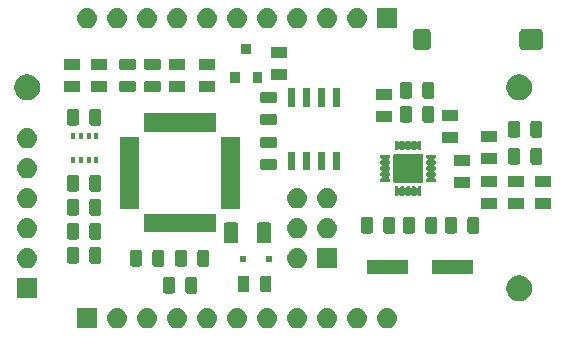
<source format=gts>
G04 #@! TF.GenerationSoftware,KiCad,Pcbnew,5.0.2+dfsg1-1~bpo9+1*
G04 #@! TF.CreationDate,2019-04-18T11:56:18+02:00*
G04 #@! TF.ProjectId,MySNode,4d79534e-6f64-4652-9e6b-696361645f70,1.2*
G04 #@! TF.SameCoordinates,Original*
G04 #@! TF.FileFunction,Soldermask,Top*
G04 #@! TF.FilePolarity,Negative*
%FSLAX46Y46*%
G04 Gerber Fmt 4.6, Leading zero omitted, Abs format (unit mm)*
G04 Created by KiCad (PCBNEW 5.0.2+dfsg1-1~bpo9+1) date jeu. 18 avril 2019 11:56:18 CEST*
%MOMM*%
%LPD*%
G01*
G04 APERTURE LIST*
%ADD10C,0.100000*%
G04 APERTURE END LIST*
D10*
G36*
X129706630Y-110922299D02*
X129866855Y-110970903D01*
X130014520Y-111049831D01*
X130143949Y-111156051D01*
X130250169Y-111285480D01*
X130329097Y-111433145D01*
X130377701Y-111593370D01*
X130394112Y-111760000D01*
X130377701Y-111926630D01*
X130329097Y-112086855D01*
X130250169Y-112234520D01*
X130143949Y-112363949D01*
X130014520Y-112470169D01*
X129866855Y-112549097D01*
X129706630Y-112597701D01*
X129581752Y-112610000D01*
X129498248Y-112610000D01*
X129373370Y-112597701D01*
X129213145Y-112549097D01*
X129065480Y-112470169D01*
X128936051Y-112363949D01*
X128829831Y-112234520D01*
X128750903Y-112086855D01*
X128702299Y-111926630D01*
X128685888Y-111760000D01*
X128702299Y-111593370D01*
X128750903Y-111433145D01*
X128829831Y-111285480D01*
X128936051Y-111156051D01*
X129065480Y-111049831D01*
X129213145Y-110970903D01*
X129373370Y-110922299D01*
X129498248Y-110910000D01*
X129581752Y-110910000D01*
X129706630Y-110922299D01*
X129706630Y-110922299D01*
G37*
G36*
X132246630Y-110922299D02*
X132406855Y-110970903D01*
X132554520Y-111049831D01*
X132683949Y-111156051D01*
X132790169Y-111285480D01*
X132869097Y-111433145D01*
X132917701Y-111593370D01*
X132934112Y-111760000D01*
X132917701Y-111926630D01*
X132869097Y-112086855D01*
X132790169Y-112234520D01*
X132683949Y-112363949D01*
X132554520Y-112470169D01*
X132406855Y-112549097D01*
X132246630Y-112597701D01*
X132121752Y-112610000D01*
X132038248Y-112610000D01*
X131913370Y-112597701D01*
X131753145Y-112549097D01*
X131605480Y-112470169D01*
X131476051Y-112363949D01*
X131369831Y-112234520D01*
X131290903Y-112086855D01*
X131242299Y-111926630D01*
X131225888Y-111760000D01*
X131242299Y-111593370D01*
X131290903Y-111433145D01*
X131369831Y-111285480D01*
X131476051Y-111156051D01*
X131605480Y-111049831D01*
X131753145Y-110970903D01*
X131913370Y-110922299D01*
X132038248Y-110910000D01*
X132121752Y-110910000D01*
X132246630Y-110922299D01*
X132246630Y-110922299D01*
G37*
G36*
X107530000Y-112610000D02*
X105830000Y-112610000D01*
X105830000Y-110910000D01*
X107530000Y-110910000D01*
X107530000Y-112610000D01*
X107530000Y-112610000D01*
G37*
G36*
X109386630Y-110922299D02*
X109546855Y-110970903D01*
X109694520Y-111049831D01*
X109823949Y-111156051D01*
X109930169Y-111285480D01*
X110009097Y-111433145D01*
X110057701Y-111593370D01*
X110074112Y-111760000D01*
X110057701Y-111926630D01*
X110009097Y-112086855D01*
X109930169Y-112234520D01*
X109823949Y-112363949D01*
X109694520Y-112470169D01*
X109546855Y-112549097D01*
X109386630Y-112597701D01*
X109261752Y-112610000D01*
X109178248Y-112610000D01*
X109053370Y-112597701D01*
X108893145Y-112549097D01*
X108745480Y-112470169D01*
X108616051Y-112363949D01*
X108509831Y-112234520D01*
X108430903Y-112086855D01*
X108382299Y-111926630D01*
X108365888Y-111760000D01*
X108382299Y-111593370D01*
X108430903Y-111433145D01*
X108509831Y-111285480D01*
X108616051Y-111156051D01*
X108745480Y-111049831D01*
X108893145Y-110970903D01*
X109053370Y-110922299D01*
X109178248Y-110910000D01*
X109261752Y-110910000D01*
X109386630Y-110922299D01*
X109386630Y-110922299D01*
G37*
G36*
X111926630Y-110922299D02*
X112086855Y-110970903D01*
X112234520Y-111049831D01*
X112363949Y-111156051D01*
X112470169Y-111285480D01*
X112549097Y-111433145D01*
X112597701Y-111593370D01*
X112614112Y-111760000D01*
X112597701Y-111926630D01*
X112549097Y-112086855D01*
X112470169Y-112234520D01*
X112363949Y-112363949D01*
X112234520Y-112470169D01*
X112086855Y-112549097D01*
X111926630Y-112597701D01*
X111801752Y-112610000D01*
X111718248Y-112610000D01*
X111593370Y-112597701D01*
X111433145Y-112549097D01*
X111285480Y-112470169D01*
X111156051Y-112363949D01*
X111049831Y-112234520D01*
X110970903Y-112086855D01*
X110922299Y-111926630D01*
X110905888Y-111760000D01*
X110922299Y-111593370D01*
X110970903Y-111433145D01*
X111049831Y-111285480D01*
X111156051Y-111156051D01*
X111285480Y-111049831D01*
X111433145Y-110970903D01*
X111593370Y-110922299D01*
X111718248Y-110910000D01*
X111801752Y-110910000D01*
X111926630Y-110922299D01*
X111926630Y-110922299D01*
G37*
G36*
X114466630Y-110922299D02*
X114626855Y-110970903D01*
X114774520Y-111049831D01*
X114903949Y-111156051D01*
X115010169Y-111285480D01*
X115089097Y-111433145D01*
X115137701Y-111593370D01*
X115154112Y-111760000D01*
X115137701Y-111926630D01*
X115089097Y-112086855D01*
X115010169Y-112234520D01*
X114903949Y-112363949D01*
X114774520Y-112470169D01*
X114626855Y-112549097D01*
X114466630Y-112597701D01*
X114341752Y-112610000D01*
X114258248Y-112610000D01*
X114133370Y-112597701D01*
X113973145Y-112549097D01*
X113825480Y-112470169D01*
X113696051Y-112363949D01*
X113589831Y-112234520D01*
X113510903Y-112086855D01*
X113462299Y-111926630D01*
X113445888Y-111760000D01*
X113462299Y-111593370D01*
X113510903Y-111433145D01*
X113589831Y-111285480D01*
X113696051Y-111156051D01*
X113825480Y-111049831D01*
X113973145Y-110970903D01*
X114133370Y-110922299D01*
X114258248Y-110910000D01*
X114341752Y-110910000D01*
X114466630Y-110922299D01*
X114466630Y-110922299D01*
G37*
G36*
X117006630Y-110922299D02*
X117166855Y-110970903D01*
X117314520Y-111049831D01*
X117443949Y-111156051D01*
X117550169Y-111285480D01*
X117629097Y-111433145D01*
X117677701Y-111593370D01*
X117694112Y-111760000D01*
X117677701Y-111926630D01*
X117629097Y-112086855D01*
X117550169Y-112234520D01*
X117443949Y-112363949D01*
X117314520Y-112470169D01*
X117166855Y-112549097D01*
X117006630Y-112597701D01*
X116881752Y-112610000D01*
X116798248Y-112610000D01*
X116673370Y-112597701D01*
X116513145Y-112549097D01*
X116365480Y-112470169D01*
X116236051Y-112363949D01*
X116129831Y-112234520D01*
X116050903Y-112086855D01*
X116002299Y-111926630D01*
X115985888Y-111760000D01*
X116002299Y-111593370D01*
X116050903Y-111433145D01*
X116129831Y-111285480D01*
X116236051Y-111156051D01*
X116365480Y-111049831D01*
X116513145Y-110970903D01*
X116673370Y-110922299D01*
X116798248Y-110910000D01*
X116881752Y-110910000D01*
X117006630Y-110922299D01*
X117006630Y-110922299D01*
G37*
G36*
X119546630Y-110922299D02*
X119706855Y-110970903D01*
X119854520Y-111049831D01*
X119983949Y-111156051D01*
X120090169Y-111285480D01*
X120169097Y-111433145D01*
X120217701Y-111593370D01*
X120234112Y-111760000D01*
X120217701Y-111926630D01*
X120169097Y-112086855D01*
X120090169Y-112234520D01*
X119983949Y-112363949D01*
X119854520Y-112470169D01*
X119706855Y-112549097D01*
X119546630Y-112597701D01*
X119421752Y-112610000D01*
X119338248Y-112610000D01*
X119213370Y-112597701D01*
X119053145Y-112549097D01*
X118905480Y-112470169D01*
X118776051Y-112363949D01*
X118669831Y-112234520D01*
X118590903Y-112086855D01*
X118542299Y-111926630D01*
X118525888Y-111760000D01*
X118542299Y-111593370D01*
X118590903Y-111433145D01*
X118669831Y-111285480D01*
X118776051Y-111156051D01*
X118905480Y-111049831D01*
X119053145Y-110970903D01*
X119213370Y-110922299D01*
X119338248Y-110910000D01*
X119421752Y-110910000D01*
X119546630Y-110922299D01*
X119546630Y-110922299D01*
G37*
G36*
X122086630Y-110922299D02*
X122246855Y-110970903D01*
X122394520Y-111049831D01*
X122523949Y-111156051D01*
X122630169Y-111285480D01*
X122709097Y-111433145D01*
X122757701Y-111593370D01*
X122774112Y-111760000D01*
X122757701Y-111926630D01*
X122709097Y-112086855D01*
X122630169Y-112234520D01*
X122523949Y-112363949D01*
X122394520Y-112470169D01*
X122246855Y-112549097D01*
X122086630Y-112597701D01*
X121961752Y-112610000D01*
X121878248Y-112610000D01*
X121753370Y-112597701D01*
X121593145Y-112549097D01*
X121445480Y-112470169D01*
X121316051Y-112363949D01*
X121209831Y-112234520D01*
X121130903Y-112086855D01*
X121082299Y-111926630D01*
X121065888Y-111760000D01*
X121082299Y-111593370D01*
X121130903Y-111433145D01*
X121209831Y-111285480D01*
X121316051Y-111156051D01*
X121445480Y-111049831D01*
X121593145Y-110970903D01*
X121753370Y-110922299D01*
X121878248Y-110910000D01*
X121961752Y-110910000D01*
X122086630Y-110922299D01*
X122086630Y-110922299D01*
G37*
G36*
X124626630Y-110922299D02*
X124786855Y-110970903D01*
X124934520Y-111049831D01*
X125063949Y-111156051D01*
X125170169Y-111285480D01*
X125249097Y-111433145D01*
X125297701Y-111593370D01*
X125314112Y-111760000D01*
X125297701Y-111926630D01*
X125249097Y-112086855D01*
X125170169Y-112234520D01*
X125063949Y-112363949D01*
X124934520Y-112470169D01*
X124786855Y-112549097D01*
X124626630Y-112597701D01*
X124501752Y-112610000D01*
X124418248Y-112610000D01*
X124293370Y-112597701D01*
X124133145Y-112549097D01*
X123985480Y-112470169D01*
X123856051Y-112363949D01*
X123749831Y-112234520D01*
X123670903Y-112086855D01*
X123622299Y-111926630D01*
X123605888Y-111760000D01*
X123622299Y-111593370D01*
X123670903Y-111433145D01*
X123749831Y-111285480D01*
X123856051Y-111156051D01*
X123985480Y-111049831D01*
X124133145Y-110970903D01*
X124293370Y-110922299D01*
X124418248Y-110910000D01*
X124501752Y-110910000D01*
X124626630Y-110922299D01*
X124626630Y-110922299D01*
G37*
G36*
X127166630Y-110922299D02*
X127326855Y-110970903D01*
X127474520Y-111049831D01*
X127603949Y-111156051D01*
X127710169Y-111285480D01*
X127789097Y-111433145D01*
X127837701Y-111593370D01*
X127854112Y-111760000D01*
X127837701Y-111926630D01*
X127789097Y-112086855D01*
X127710169Y-112234520D01*
X127603949Y-112363949D01*
X127474520Y-112470169D01*
X127326855Y-112549097D01*
X127166630Y-112597701D01*
X127041752Y-112610000D01*
X126958248Y-112610000D01*
X126833370Y-112597701D01*
X126673145Y-112549097D01*
X126525480Y-112470169D01*
X126396051Y-112363949D01*
X126289831Y-112234520D01*
X126210903Y-112086855D01*
X126162299Y-111926630D01*
X126145888Y-111760000D01*
X126162299Y-111593370D01*
X126210903Y-111433145D01*
X126289831Y-111285480D01*
X126396051Y-111156051D01*
X126525480Y-111049831D01*
X126673145Y-110970903D01*
X126833370Y-110922299D01*
X126958248Y-110910000D01*
X127041752Y-110910000D01*
X127166630Y-110922299D01*
X127166630Y-110922299D01*
G37*
G36*
X143576857Y-108162272D02*
X143777042Y-108245191D01*
X143777045Y-108245193D01*
X143915032Y-108337393D01*
X143957213Y-108365578D01*
X144110422Y-108518787D01*
X144230809Y-108698958D01*
X144313728Y-108899143D01*
X144356000Y-109111658D01*
X144356000Y-109328342D01*
X144313728Y-109540857D01*
X144230809Y-109741042D01*
X144110422Y-109921213D01*
X143957213Y-110074422D01*
X143777042Y-110194809D01*
X143576857Y-110277728D01*
X143364342Y-110320000D01*
X143147658Y-110320000D01*
X142935143Y-110277728D01*
X142734958Y-110194809D01*
X142554787Y-110074422D01*
X142401578Y-109921213D01*
X142281191Y-109741042D01*
X142198272Y-109540857D01*
X142156000Y-109328342D01*
X142156000Y-109111658D01*
X142198272Y-108899143D01*
X142281191Y-108698958D01*
X142401578Y-108518787D01*
X142554787Y-108365578D01*
X142596969Y-108337393D01*
X142734955Y-108245193D01*
X142734958Y-108245191D01*
X142935143Y-108162272D01*
X143147658Y-108120000D01*
X143364342Y-108120000D01*
X143576857Y-108162272D01*
X143576857Y-108162272D01*
G37*
G36*
X102450000Y-110070000D02*
X100750000Y-110070000D01*
X100750000Y-108370000D01*
X102450000Y-108370000D01*
X102450000Y-110070000D01*
X102450000Y-110070000D01*
G37*
G36*
X113957992Y-108270076D02*
X113991883Y-108280357D01*
X114023111Y-108297048D01*
X114050485Y-108319515D01*
X114072952Y-108346889D01*
X114089643Y-108378117D01*
X114099924Y-108412008D01*
X114104000Y-108453391D01*
X114104000Y-109478609D01*
X114099924Y-109519992D01*
X114089643Y-109553883D01*
X114072952Y-109585111D01*
X114050485Y-109612485D01*
X114023111Y-109634952D01*
X113991883Y-109651643D01*
X113957992Y-109661924D01*
X113916609Y-109666000D01*
X113316391Y-109666000D01*
X113275008Y-109661924D01*
X113241117Y-109651643D01*
X113209889Y-109634952D01*
X113182515Y-109612485D01*
X113160048Y-109585111D01*
X113143357Y-109553883D01*
X113133076Y-109519992D01*
X113129000Y-109478609D01*
X113129000Y-108453391D01*
X113133076Y-108412008D01*
X113143357Y-108378117D01*
X113160048Y-108346889D01*
X113182515Y-108319515D01*
X113209889Y-108297048D01*
X113241117Y-108280357D01*
X113275008Y-108270076D01*
X113316391Y-108266000D01*
X113916609Y-108266000D01*
X113957992Y-108270076D01*
X113957992Y-108270076D01*
G37*
G36*
X115832992Y-108270076D02*
X115866883Y-108280357D01*
X115898111Y-108297048D01*
X115925485Y-108319515D01*
X115947952Y-108346889D01*
X115964643Y-108378117D01*
X115974924Y-108412008D01*
X115979000Y-108453391D01*
X115979000Y-109478609D01*
X115974924Y-109519992D01*
X115964643Y-109553883D01*
X115947952Y-109585111D01*
X115925485Y-109612485D01*
X115898111Y-109634952D01*
X115866883Y-109651643D01*
X115832992Y-109661924D01*
X115791609Y-109666000D01*
X115191391Y-109666000D01*
X115150008Y-109661924D01*
X115116117Y-109651643D01*
X115084889Y-109634952D01*
X115057515Y-109612485D01*
X115035048Y-109585111D01*
X115018357Y-109553883D01*
X115008076Y-109519992D01*
X115004000Y-109478609D01*
X115004000Y-108453391D01*
X115008076Y-108412008D01*
X115018357Y-108378117D01*
X115035048Y-108346889D01*
X115057515Y-108319515D01*
X115084889Y-108297048D01*
X115116117Y-108280357D01*
X115150008Y-108270076D01*
X115191391Y-108266000D01*
X115791609Y-108266000D01*
X115832992Y-108270076D01*
X115832992Y-108270076D01*
G37*
G36*
X122147992Y-108143076D02*
X122181883Y-108153357D01*
X122213111Y-108170048D01*
X122240485Y-108192515D01*
X122262952Y-108219889D01*
X122279643Y-108251117D01*
X122289924Y-108285008D01*
X122294000Y-108326391D01*
X122294000Y-109351609D01*
X122289924Y-109392992D01*
X122279643Y-109426883D01*
X122262952Y-109458111D01*
X122240485Y-109485485D01*
X122213111Y-109507952D01*
X122181883Y-109524643D01*
X122147992Y-109534924D01*
X122106609Y-109539000D01*
X121506391Y-109539000D01*
X121465008Y-109534924D01*
X121431117Y-109524643D01*
X121399889Y-109507952D01*
X121372515Y-109485485D01*
X121350048Y-109458111D01*
X121333357Y-109426883D01*
X121323076Y-109392992D01*
X121319000Y-109351609D01*
X121319000Y-108326391D01*
X121323076Y-108285008D01*
X121333357Y-108251117D01*
X121350048Y-108219889D01*
X121372515Y-108192515D01*
X121399889Y-108170048D01*
X121431117Y-108153357D01*
X121465008Y-108143076D01*
X121506391Y-108139000D01*
X122106609Y-108139000D01*
X122147992Y-108143076D01*
X122147992Y-108143076D01*
G37*
G36*
X120272992Y-108143076D02*
X120306883Y-108153357D01*
X120338111Y-108170048D01*
X120365485Y-108192515D01*
X120387952Y-108219889D01*
X120404643Y-108251117D01*
X120414924Y-108285008D01*
X120419000Y-108326391D01*
X120419000Y-109351609D01*
X120414924Y-109392992D01*
X120404643Y-109426883D01*
X120387952Y-109458111D01*
X120365485Y-109485485D01*
X120338111Y-109507952D01*
X120306883Y-109524643D01*
X120272992Y-109534924D01*
X120231609Y-109539000D01*
X119631391Y-109539000D01*
X119590008Y-109534924D01*
X119556117Y-109524643D01*
X119524889Y-109507952D01*
X119497515Y-109485485D01*
X119475048Y-109458111D01*
X119458357Y-109426883D01*
X119448076Y-109392992D01*
X119444000Y-109351609D01*
X119444000Y-108326391D01*
X119448076Y-108285008D01*
X119458357Y-108251117D01*
X119475048Y-108219889D01*
X119497515Y-108192515D01*
X119524889Y-108170048D01*
X119556117Y-108153357D01*
X119590008Y-108143076D01*
X119631391Y-108139000D01*
X120231609Y-108139000D01*
X120272992Y-108143076D01*
X120272992Y-108143076D01*
G37*
G36*
X133874000Y-108042000D02*
X130374000Y-108042000D01*
X130374000Y-106842000D01*
X133874000Y-106842000D01*
X133874000Y-108042000D01*
X133874000Y-108042000D01*
G37*
G36*
X139374000Y-108042000D02*
X135874000Y-108042000D01*
X135874000Y-106842000D01*
X139374000Y-106842000D01*
X139374000Y-108042000D01*
X139374000Y-108042000D01*
G37*
G36*
X124626630Y-105842299D02*
X124786855Y-105890903D01*
X124934520Y-105969831D01*
X125063949Y-106076051D01*
X125170169Y-106205480D01*
X125249097Y-106353145D01*
X125297701Y-106513370D01*
X125314112Y-106680000D01*
X125297701Y-106846630D01*
X125249097Y-107006855D01*
X125170169Y-107154520D01*
X125063949Y-107283949D01*
X124934520Y-107390169D01*
X124786855Y-107469097D01*
X124626630Y-107517701D01*
X124501752Y-107530000D01*
X124418248Y-107530000D01*
X124293370Y-107517701D01*
X124133145Y-107469097D01*
X123985480Y-107390169D01*
X123856051Y-107283949D01*
X123749831Y-107154520D01*
X123670903Y-107006855D01*
X123622299Y-106846630D01*
X123605888Y-106680000D01*
X123622299Y-106513370D01*
X123670903Y-106353145D01*
X123749831Y-106205480D01*
X123856051Y-106076051D01*
X123985480Y-105969831D01*
X124133145Y-105890903D01*
X124293370Y-105842299D01*
X124418248Y-105830000D01*
X124501752Y-105830000D01*
X124626630Y-105842299D01*
X124626630Y-105842299D01*
G37*
G36*
X101766630Y-105842299D02*
X101926855Y-105890903D01*
X102074520Y-105969831D01*
X102203949Y-106076051D01*
X102310169Y-106205480D01*
X102389097Y-106353145D01*
X102437701Y-106513370D01*
X102454112Y-106680000D01*
X102437701Y-106846630D01*
X102389097Y-107006855D01*
X102310169Y-107154520D01*
X102203949Y-107283949D01*
X102074520Y-107390169D01*
X101926855Y-107469097D01*
X101766630Y-107517701D01*
X101641752Y-107530000D01*
X101558248Y-107530000D01*
X101433370Y-107517701D01*
X101273145Y-107469097D01*
X101125480Y-107390169D01*
X100996051Y-107283949D01*
X100889831Y-107154520D01*
X100810903Y-107006855D01*
X100762299Y-106846630D01*
X100745888Y-106680000D01*
X100762299Y-106513370D01*
X100810903Y-106353145D01*
X100889831Y-106205480D01*
X100996051Y-106076051D01*
X101125480Y-105969831D01*
X101273145Y-105890903D01*
X101433370Y-105842299D01*
X101558248Y-105830000D01*
X101641752Y-105830000D01*
X101766630Y-105842299D01*
X101766630Y-105842299D01*
G37*
G36*
X127850000Y-107530000D02*
X126150000Y-107530000D01*
X126150000Y-105830000D01*
X127850000Y-105830000D01*
X127850000Y-107530000D01*
X127850000Y-107530000D01*
G37*
G36*
X113038992Y-105984076D02*
X113072883Y-105994357D01*
X113104111Y-106011048D01*
X113131485Y-106033515D01*
X113153952Y-106060889D01*
X113170643Y-106092117D01*
X113180924Y-106126008D01*
X113185000Y-106167391D01*
X113185000Y-107192609D01*
X113180924Y-107233992D01*
X113170643Y-107267883D01*
X113153952Y-107299111D01*
X113131485Y-107326485D01*
X113104111Y-107348952D01*
X113072883Y-107365643D01*
X113038992Y-107375924D01*
X112997609Y-107380000D01*
X112397391Y-107380000D01*
X112356008Y-107375924D01*
X112322117Y-107365643D01*
X112290889Y-107348952D01*
X112263515Y-107326485D01*
X112241048Y-107299111D01*
X112224357Y-107267883D01*
X112214076Y-107233992D01*
X112210000Y-107192609D01*
X112210000Y-106167391D01*
X112214076Y-106126008D01*
X112224357Y-106092117D01*
X112241048Y-106060889D01*
X112263515Y-106033515D01*
X112290889Y-106011048D01*
X112322117Y-105994357D01*
X112356008Y-105984076D01*
X112397391Y-105980000D01*
X112997609Y-105980000D01*
X113038992Y-105984076D01*
X113038992Y-105984076D01*
G37*
G36*
X116848992Y-105984076D02*
X116882883Y-105994357D01*
X116914111Y-106011048D01*
X116941485Y-106033515D01*
X116963952Y-106060889D01*
X116980643Y-106092117D01*
X116990924Y-106126008D01*
X116995000Y-106167391D01*
X116995000Y-107192609D01*
X116990924Y-107233992D01*
X116980643Y-107267883D01*
X116963952Y-107299111D01*
X116941485Y-107326485D01*
X116914111Y-107348952D01*
X116882883Y-107365643D01*
X116848992Y-107375924D01*
X116807609Y-107380000D01*
X116207391Y-107380000D01*
X116166008Y-107375924D01*
X116132117Y-107365643D01*
X116100889Y-107348952D01*
X116073515Y-107326485D01*
X116051048Y-107299111D01*
X116034357Y-107267883D01*
X116024076Y-107233992D01*
X116020000Y-107192609D01*
X116020000Y-106167391D01*
X116024076Y-106126008D01*
X116034357Y-106092117D01*
X116051048Y-106060889D01*
X116073515Y-106033515D01*
X116100889Y-106011048D01*
X116132117Y-105994357D01*
X116166008Y-105984076D01*
X116207391Y-105980000D01*
X116807609Y-105980000D01*
X116848992Y-105984076D01*
X116848992Y-105984076D01*
G37*
G36*
X114973992Y-105984076D02*
X115007883Y-105994357D01*
X115039111Y-106011048D01*
X115066485Y-106033515D01*
X115088952Y-106060889D01*
X115105643Y-106092117D01*
X115115924Y-106126008D01*
X115120000Y-106167391D01*
X115120000Y-107192609D01*
X115115924Y-107233992D01*
X115105643Y-107267883D01*
X115088952Y-107299111D01*
X115066485Y-107326485D01*
X115039111Y-107348952D01*
X115007883Y-107365643D01*
X114973992Y-107375924D01*
X114932609Y-107380000D01*
X114332391Y-107380000D01*
X114291008Y-107375924D01*
X114257117Y-107365643D01*
X114225889Y-107348952D01*
X114198515Y-107326485D01*
X114176048Y-107299111D01*
X114159357Y-107267883D01*
X114149076Y-107233992D01*
X114145000Y-107192609D01*
X114145000Y-106167391D01*
X114149076Y-106126008D01*
X114159357Y-106092117D01*
X114176048Y-106060889D01*
X114198515Y-106033515D01*
X114225889Y-106011048D01*
X114257117Y-105994357D01*
X114291008Y-105984076D01*
X114332391Y-105980000D01*
X114932609Y-105980000D01*
X114973992Y-105984076D01*
X114973992Y-105984076D01*
G37*
G36*
X111163992Y-105984076D02*
X111197883Y-105994357D01*
X111229111Y-106011048D01*
X111256485Y-106033515D01*
X111278952Y-106060889D01*
X111295643Y-106092117D01*
X111305924Y-106126008D01*
X111310000Y-106167391D01*
X111310000Y-107192609D01*
X111305924Y-107233992D01*
X111295643Y-107267883D01*
X111278952Y-107299111D01*
X111256485Y-107326485D01*
X111229111Y-107348952D01*
X111197883Y-107365643D01*
X111163992Y-107375924D01*
X111122609Y-107380000D01*
X110522391Y-107380000D01*
X110481008Y-107375924D01*
X110447117Y-107365643D01*
X110415889Y-107348952D01*
X110388515Y-107326485D01*
X110366048Y-107299111D01*
X110349357Y-107267883D01*
X110339076Y-107233992D01*
X110335000Y-107192609D01*
X110335000Y-106167391D01*
X110339076Y-106126008D01*
X110349357Y-106092117D01*
X110366048Y-106060889D01*
X110388515Y-106033515D01*
X110415889Y-106011048D01*
X110447117Y-105994357D01*
X110481008Y-105984076D01*
X110522391Y-105980000D01*
X111122609Y-105980000D01*
X111163992Y-105984076D01*
X111163992Y-105984076D01*
G37*
G36*
X105829992Y-105730076D02*
X105863883Y-105740357D01*
X105895111Y-105757048D01*
X105922485Y-105779515D01*
X105944952Y-105806889D01*
X105961643Y-105838117D01*
X105971924Y-105872008D01*
X105976000Y-105913391D01*
X105976000Y-106938609D01*
X105971924Y-106979992D01*
X105961643Y-107013883D01*
X105944952Y-107045111D01*
X105922485Y-107072485D01*
X105895111Y-107094952D01*
X105863883Y-107111643D01*
X105829992Y-107121924D01*
X105788609Y-107126000D01*
X105188391Y-107126000D01*
X105147008Y-107121924D01*
X105113117Y-107111643D01*
X105081889Y-107094952D01*
X105054515Y-107072485D01*
X105032048Y-107045111D01*
X105015357Y-107013883D01*
X105005076Y-106979992D01*
X105001000Y-106938609D01*
X105001000Y-105913391D01*
X105005076Y-105872008D01*
X105015357Y-105838117D01*
X105032048Y-105806889D01*
X105054515Y-105779515D01*
X105081889Y-105757048D01*
X105113117Y-105740357D01*
X105147008Y-105730076D01*
X105188391Y-105726000D01*
X105788609Y-105726000D01*
X105829992Y-105730076D01*
X105829992Y-105730076D01*
G37*
G36*
X107704992Y-105730076D02*
X107738883Y-105740357D01*
X107770111Y-105757048D01*
X107797485Y-105779515D01*
X107819952Y-105806889D01*
X107836643Y-105838117D01*
X107846924Y-105872008D01*
X107851000Y-105913391D01*
X107851000Y-106938609D01*
X107846924Y-106979992D01*
X107836643Y-107013883D01*
X107819952Y-107045111D01*
X107797485Y-107072485D01*
X107770111Y-107094952D01*
X107738883Y-107111643D01*
X107704992Y-107121924D01*
X107663609Y-107126000D01*
X107063391Y-107126000D01*
X107022008Y-107121924D01*
X106988117Y-107111643D01*
X106956889Y-107094952D01*
X106929515Y-107072485D01*
X106907048Y-107045111D01*
X106890357Y-107013883D01*
X106880076Y-106979992D01*
X106876000Y-106938609D01*
X106876000Y-105913391D01*
X106880076Y-105872008D01*
X106890357Y-105838117D01*
X106907048Y-105806889D01*
X106929515Y-105779515D01*
X106956889Y-105757048D01*
X106988117Y-105740357D01*
X107022008Y-105730076D01*
X107063391Y-105726000D01*
X107663609Y-105726000D01*
X107704992Y-105730076D01*
X107704992Y-105730076D01*
G37*
G36*
X122299000Y-106993000D02*
X121799000Y-106993000D01*
X121799000Y-106493000D01*
X122299000Y-106493000D01*
X122299000Y-106993000D01*
X122299000Y-106993000D01*
G37*
G36*
X120099000Y-106993000D02*
X119599000Y-106993000D01*
X119599000Y-106493000D01*
X120099000Y-106493000D01*
X120099000Y-106993000D01*
X120099000Y-106993000D01*
G37*
G36*
X119353024Y-103649955D02*
X119385736Y-103659879D01*
X119415890Y-103675997D01*
X119442316Y-103697684D01*
X119464003Y-103724110D01*
X119480121Y-103754264D01*
X119490045Y-103786976D01*
X119494000Y-103827138D01*
X119494000Y-105214862D01*
X119490045Y-105255024D01*
X119480121Y-105287736D01*
X119464003Y-105317890D01*
X119442316Y-105344316D01*
X119415890Y-105366003D01*
X119385736Y-105382121D01*
X119353024Y-105392045D01*
X119312862Y-105396000D01*
X118425138Y-105396000D01*
X118384976Y-105392045D01*
X118352264Y-105382121D01*
X118322110Y-105366003D01*
X118295684Y-105344316D01*
X118273997Y-105317890D01*
X118257879Y-105287736D01*
X118247955Y-105255024D01*
X118244000Y-105214862D01*
X118244000Y-103827138D01*
X118247955Y-103786976D01*
X118257879Y-103754264D01*
X118273997Y-103724110D01*
X118295684Y-103697684D01*
X118322110Y-103675997D01*
X118352264Y-103659879D01*
X118384976Y-103649955D01*
X118425138Y-103646000D01*
X119312862Y-103646000D01*
X119353024Y-103649955D01*
X119353024Y-103649955D01*
G37*
G36*
X122153024Y-103649955D02*
X122185736Y-103659879D01*
X122215890Y-103675997D01*
X122242316Y-103697684D01*
X122264003Y-103724110D01*
X122280121Y-103754264D01*
X122290045Y-103786976D01*
X122294000Y-103827138D01*
X122294000Y-105214862D01*
X122290045Y-105255024D01*
X122280121Y-105287736D01*
X122264003Y-105317890D01*
X122242316Y-105344316D01*
X122215890Y-105366003D01*
X122185736Y-105382121D01*
X122153024Y-105392045D01*
X122112862Y-105396000D01*
X121225138Y-105396000D01*
X121184976Y-105392045D01*
X121152264Y-105382121D01*
X121122110Y-105366003D01*
X121095684Y-105344316D01*
X121073997Y-105317890D01*
X121057879Y-105287736D01*
X121047955Y-105255024D01*
X121044000Y-105214862D01*
X121044000Y-103827138D01*
X121047955Y-103786976D01*
X121057879Y-103754264D01*
X121073997Y-103724110D01*
X121095684Y-103697684D01*
X121122110Y-103675997D01*
X121152264Y-103659879D01*
X121184976Y-103649955D01*
X121225138Y-103646000D01*
X122112862Y-103646000D01*
X122153024Y-103649955D01*
X122153024Y-103649955D01*
G37*
G36*
X105829992Y-103698076D02*
X105863883Y-103708357D01*
X105895111Y-103725048D01*
X105922485Y-103747515D01*
X105944952Y-103774889D01*
X105961643Y-103806117D01*
X105971924Y-103840008D01*
X105976000Y-103881391D01*
X105976000Y-104906609D01*
X105971924Y-104947992D01*
X105961643Y-104981883D01*
X105944952Y-105013111D01*
X105922485Y-105040485D01*
X105895111Y-105062952D01*
X105863883Y-105079643D01*
X105829992Y-105089924D01*
X105788609Y-105094000D01*
X105188391Y-105094000D01*
X105147008Y-105089924D01*
X105113117Y-105079643D01*
X105081889Y-105062952D01*
X105054515Y-105040485D01*
X105032048Y-105013111D01*
X105015357Y-104981883D01*
X105005076Y-104947992D01*
X105001000Y-104906609D01*
X105001000Y-103881391D01*
X105005076Y-103840008D01*
X105015357Y-103806117D01*
X105032048Y-103774889D01*
X105054515Y-103747515D01*
X105081889Y-103725048D01*
X105113117Y-103708357D01*
X105147008Y-103698076D01*
X105188391Y-103694000D01*
X105788609Y-103694000D01*
X105829992Y-103698076D01*
X105829992Y-103698076D01*
G37*
G36*
X107704992Y-103698076D02*
X107738883Y-103708357D01*
X107770111Y-103725048D01*
X107797485Y-103747515D01*
X107819952Y-103774889D01*
X107836643Y-103806117D01*
X107846924Y-103840008D01*
X107851000Y-103881391D01*
X107851000Y-104906609D01*
X107846924Y-104947992D01*
X107836643Y-104981883D01*
X107819952Y-105013111D01*
X107797485Y-105040485D01*
X107770111Y-105062952D01*
X107738883Y-105079643D01*
X107704992Y-105089924D01*
X107663609Y-105094000D01*
X107063391Y-105094000D01*
X107022008Y-105089924D01*
X106988117Y-105079643D01*
X106956889Y-105062952D01*
X106929515Y-105040485D01*
X106907048Y-105013111D01*
X106890357Y-104981883D01*
X106880076Y-104947992D01*
X106876000Y-104906609D01*
X106876000Y-103881391D01*
X106880076Y-103840008D01*
X106890357Y-103806117D01*
X106907048Y-103774889D01*
X106929515Y-103747515D01*
X106956889Y-103725048D01*
X106988117Y-103708357D01*
X107022008Y-103698076D01*
X107063391Y-103694000D01*
X107663609Y-103694000D01*
X107704992Y-103698076D01*
X107704992Y-103698076D01*
G37*
G36*
X127166630Y-103302299D02*
X127326855Y-103350903D01*
X127474520Y-103429831D01*
X127603949Y-103536051D01*
X127710169Y-103665480D01*
X127789097Y-103813145D01*
X127837701Y-103973370D01*
X127854112Y-104140000D01*
X127837701Y-104306630D01*
X127789097Y-104466855D01*
X127710169Y-104614520D01*
X127603949Y-104743949D01*
X127474520Y-104850169D01*
X127326855Y-104929097D01*
X127166630Y-104977701D01*
X127041752Y-104990000D01*
X126958248Y-104990000D01*
X126833370Y-104977701D01*
X126673145Y-104929097D01*
X126525480Y-104850169D01*
X126396051Y-104743949D01*
X126289831Y-104614520D01*
X126210903Y-104466855D01*
X126162299Y-104306630D01*
X126145888Y-104140000D01*
X126162299Y-103973370D01*
X126210903Y-103813145D01*
X126289831Y-103665480D01*
X126396051Y-103536051D01*
X126525480Y-103429831D01*
X126673145Y-103350903D01*
X126833370Y-103302299D01*
X126958248Y-103290000D01*
X127041752Y-103290000D01*
X127166630Y-103302299D01*
X127166630Y-103302299D01*
G37*
G36*
X124626630Y-103302299D02*
X124786855Y-103350903D01*
X124934520Y-103429831D01*
X125063949Y-103536051D01*
X125170169Y-103665480D01*
X125249097Y-103813145D01*
X125297701Y-103973370D01*
X125314112Y-104140000D01*
X125297701Y-104306630D01*
X125249097Y-104466855D01*
X125170169Y-104614520D01*
X125063949Y-104743949D01*
X124934520Y-104850169D01*
X124786855Y-104929097D01*
X124626630Y-104977701D01*
X124501752Y-104990000D01*
X124418248Y-104990000D01*
X124293370Y-104977701D01*
X124133145Y-104929097D01*
X123985480Y-104850169D01*
X123856051Y-104743949D01*
X123749831Y-104614520D01*
X123670903Y-104466855D01*
X123622299Y-104306630D01*
X123605888Y-104140000D01*
X123622299Y-103973370D01*
X123670903Y-103813145D01*
X123749831Y-103665480D01*
X123856051Y-103536051D01*
X123985480Y-103429831D01*
X124133145Y-103350903D01*
X124293370Y-103302299D01*
X124418248Y-103290000D01*
X124501752Y-103290000D01*
X124626630Y-103302299D01*
X124626630Y-103302299D01*
G37*
G36*
X101766630Y-103302299D02*
X101926855Y-103350903D01*
X102074520Y-103429831D01*
X102203949Y-103536051D01*
X102310169Y-103665480D01*
X102389097Y-103813145D01*
X102437701Y-103973370D01*
X102454112Y-104140000D01*
X102437701Y-104306630D01*
X102389097Y-104466855D01*
X102310169Y-104614520D01*
X102203949Y-104743949D01*
X102074520Y-104850169D01*
X101926855Y-104929097D01*
X101766630Y-104977701D01*
X101641752Y-104990000D01*
X101558248Y-104990000D01*
X101433370Y-104977701D01*
X101273145Y-104929097D01*
X101125480Y-104850169D01*
X100996051Y-104743949D01*
X100889831Y-104614520D01*
X100810903Y-104466855D01*
X100762299Y-104306630D01*
X100745888Y-104140000D01*
X100762299Y-103973370D01*
X100810903Y-103813145D01*
X100889831Y-103665480D01*
X100996051Y-103536051D01*
X101125480Y-103429831D01*
X101273145Y-103350903D01*
X101433370Y-103302299D01*
X101558248Y-103290000D01*
X101641752Y-103290000D01*
X101766630Y-103302299D01*
X101766630Y-103302299D01*
G37*
G36*
X139708992Y-103190076D02*
X139742883Y-103200357D01*
X139774111Y-103217048D01*
X139801485Y-103239515D01*
X139823952Y-103266889D01*
X139840643Y-103298117D01*
X139850924Y-103332008D01*
X139855000Y-103373391D01*
X139855000Y-104398609D01*
X139850924Y-104439992D01*
X139840643Y-104473883D01*
X139823952Y-104505111D01*
X139801485Y-104532485D01*
X139774111Y-104554952D01*
X139742883Y-104571643D01*
X139708992Y-104581924D01*
X139667609Y-104586000D01*
X139067391Y-104586000D01*
X139026008Y-104581924D01*
X138992117Y-104571643D01*
X138960889Y-104554952D01*
X138933515Y-104532485D01*
X138911048Y-104505111D01*
X138894357Y-104473883D01*
X138884076Y-104439992D01*
X138880000Y-104398609D01*
X138880000Y-103373391D01*
X138884076Y-103332008D01*
X138894357Y-103298117D01*
X138911048Y-103266889D01*
X138933515Y-103239515D01*
X138960889Y-103217048D01*
X138992117Y-103200357D01*
X139026008Y-103190076D01*
X139067391Y-103186000D01*
X139667609Y-103186000D01*
X139708992Y-103190076D01*
X139708992Y-103190076D01*
G37*
G36*
X137833992Y-103190076D02*
X137867883Y-103200357D01*
X137899111Y-103217048D01*
X137926485Y-103239515D01*
X137948952Y-103266889D01*
X137965643Y-103298117D01*
X137975924Y-103332008D01*
X137980000Y-103373391D01*
X137980000Y-104398609D01*
X137975924Y-104439992D01*
X137965643Y-104473883D01*
X137948952Y-104505111D01*
X137926485Y-104532485D01*
X137899111Y-104554952D01*
X137867883Y-104571643D01*
X137833992Y-104581924D01*
X137792609Y-104586000D01*
X137192391Y-104586000D01*
X137151008Y-104581924D01*
X137117117Y-104571643D01*
X137085889Y-104554952D01*
X137058515Y-104532485D01*
X137036048Y-104505111D01*
X137019357Y-104473883D01*
X137009076Y-104439992D01*
X137005000Y-104398609D01*
X137005000Y-103373391D01*
X137009076Y-103332008D01*
X137019357Y-103298117D01*
X137036048Y-103266889D01*
X137058515Y-103239515D01*
X137085889Y-103217048D01*
X137117117Y-103200357D01*
X137151008Y-103190076D01*
X137192391Y-103186000D01*
X137792609Y-103186000D01*
X137833992Y-103190076D01*
X137833992Y-103190076D01*
G37*
G36*
X132596992Y-103190076D02*
X132630883Y-103200357D01*
X132662111Y-103217048D01*
X132689485Y-103239515D01*
X132711952Y-103266889D01*
X132728643Y-103298117D01*
X132738924Y-103332008D01*
X132743000Y-103373391D01*
X132743000Y-104398609D01*
X132738924Y-104439992D01*
X132728643Y-104473883D01*
X132711952Y-104505111D01*
X132689485Y-104532485D01*
X132662111Y-104554952D01*
X132630883Y-104571643D01*
X132596992Y-104581924D01*
X132555609Y-104586000D01*
X131955391Y-104586000D01*
X131914008Y-104581924D01*
X131880117Y-104571643D01*
X131848889Y-104554952D01*
X131821515Y-104532485D01*
X131799048Y-104505111D01*
X131782357Y-104473883D01*
X131772076Y-104439992D01*
X131768000Y-104398609D01*
X131768000Y-103373391D01*
X131772076Y-103332008D01*
X131782357Y-103298117D01*
X131799048Y-103266889D01*
X131821515Y-103239515D01*
X131848889Y-103217048D01*
X131880117Y-103200357D01*
X131914008Y-103190076D01*
X131955391Y-103186000D01*
X132555609Y-103186000D01*
X132596992Y-103190076D01*
X132596992Y-103190076D01*
G37*
G36*
X136152992Y-103190076D02*
X136186883Y-103200357D01*
X136218111Y-103217048D01*
X136245485Y-103239515D01*
X136267952Y-103266889D01*
X136284643Y-103298117D01*
X136294924Y-103332008D01*
X136299000Y-103373391D01*
X136299000Y-104398609D01*
X136294924Y-104439992D01*
X136284643Y-104473883D01*
X136267952Y-104505111D01*
X136245485Y-104532485D01*
X136218111Y-104554952D01*
X136186883Y-104571643D01*
X136152992Y-104581924D01*
X136111609Y-104586000D01*
X135511391Y-104586000D01*
X135470008Y-104581924D01*
X135436117Y-104571643D01*
X135404889Y-104554952D01*
X135377515Y-104532485D01*
X135355048Y-104505111D01*
X135338357Y-104473883D01*
X135328076Y-104439992D01*
X135324000Y-104398609D01*
X135324000Y-103373391D01*
X135328076Y-103332008D01*
X135338357Y-103298117D01*
X135355048Y-103266889D01*
X135377515Y-103239515D01*
X135404889Y-103217048D01*
X135436117Y-103200357D01*
X135470008Y-103190076D01*
X135511391Y-103186000D01*
X136111609Y-103186000D01*
X136152992Y-103190076D01*
X136152992Y-103190076D01*
G37*
G36*
X134277992Y-103190076D02*
X134311883Y-103200357D01*
X134343111Y-103217048D01*
X134370485Y-103239515D01*
X134392952Y-103266889D01*
X134409643Y-103298117D01*
X134419924Y-103332008D01*
X134424000Y-103373391D01*
X134424000Y-104398609D01*
X134419924Y-104439992D01*
X134409643Y-104473883D01*
X134392952Y-104505111D01*
X134370485Y-104532485D01*
X134343111Y-104554952D01*
X134311883Y-104571643D01*
X134277992Y-104581924D01*
X134236609Y-104586000D01*
X133636391Y-104586000D01*
X133595008Y-104581924D01*
X133561117Y-104571643D01*
X133529889Y-104554952D01*
X133502515Y-104532485D01*
X133480048Y-104505111D01*
X133463357Y-104473883D01*
X133453076Y-104439992D01*
X133449000Y-104398609D01*
X133449000Y-103373391D01*
X133453076Y-103332008D01*
X133463357Y-103298117D01*
X133480048Y-103266889D01*
X133502515Y-103239515D01*
X133529889Y-103217048D01*
X133561117Y-103200357D01*
X133595008Y-103190076D01*
X133636391Y-103186000D01*
X134236609Y-103186000D01*
X134277992Y-103190076D01*
X134277992Y-103190076D01*
G37*
G36*
X130721992Y-103190076D02*
X130755883Y-103200357D01*
X130787111Y-103217048D01*
X130814485Y-103239515D01*
X130836952Y-103266889D01*
X130853643Y-103298117D01*
X130863924Y-103332008D01*
X130868000Y-103373391D01*
X130868000Y-104398609D01*
X130863924Y-104439992D01*
X130853643Y-104473883D01*
X130836952Y-104505111D01*
X130814485Y-104532485D01*
X130787111Y-104554952D01*
X130755883Y-104571643D01*
X130721992Y-104581924D01*
X130680609Y-104586000D01*
X130080391Y-104586000D01*
X130039008Y-104581924D01*
X130005117Y-104571643D01*
X129973889Y-104554952D01*
X129946515Y-104532485D01*
X129924048Y-104505111D01*
X129907357Y-104473883D01*
X129897076Y-104439992D01*
X129893000Y-104398609D01*
X129893000Y-103373391D01*
X129897076Y-103332008D01*
X129907357Y-103298117D01*
X129924048Y-103266889D01*
X129946515Y-103239515D01*
X129973889Y-103217048D01*
X130005117Y-103200357D01*
X130039008Y-103190076D01*
X130080391Y-103186000D01*
X130680609Y-103186000D01*
X130721992Y-103190076D01*
X130721992Y-103190076D01*
G37*
G36*
X117629000Y-104491000D02*
X111479000Y-104491000D01*
X111479000Y-102891000D01*
X117629000Y-102891000D01*
X117629000Y-104491000D01*
X117629000Y-104491000D01*
G37*
G36*
X107704992Y-101666076D02*
X107738883Y-101676357D01*
X107770111Y-101693048D01*
X107797485Y-101715515D01*
X107819952Y-101742889D01*
X107836643Y-101774117D01*
X107846924Y-101808008D01*
X107851000Y-101849391D01*
X107851000Y-102874609D01*
X107846924Y-102915992D01*
X107836643Y-102949883D01*
X107819952Y-102981111D01*
X107797485Y-103008485D01*
X107770111Y-103030952D01*
X107738883Y-103047643D01*
X107704992Y-103057924D01*
X107663609Y-103062000D01*
X107063391Y-103062000D01*
X107022008Y-103057924D01*
X106988117Y-103047643D01*
X106956889Y-103030952D01*
X106929515Y-103008485D01*
X106907048Y-102981111D01*
X106890357Y-102949883D01*
X106880076Y-102915992D01*
X106876000Y-102874609D01*
X106876000Y-101849391D01*
X106880076Y-101808008D01*
X106890357Y-101774117D01*
X106907048Y-101742889D01*
X106929515Y-101715515D01*
X106956889Y-101693048D01*
X106988117Y-101676357D01*
X107022008Y-101666076D01*
X107063391Y-101662000D01*
X107663609Y-101662000D01*
X107704992Y-101666076D01*
X107704992Y-101666076D01*
G37*
G36*
X105829992Y-101666076D02*
X105863883Y-101676357D01*
X105895111Y-101693048D01*
X105922485Y-101715515D01*
X105944952Y-101742889D01*
X105961643Y-101774117D01*
X105971924Y-101808008D01*
X105976000Y-101849391D01*
X105976000Y-102874609D01*
X105971924Y-102915992D01*
X105961643Y-102949883D01*
X105944952Y-102981111D01*
X105922485Y-103008485D01*
X105895111Y-103030952D01*
X105863883Y-103047643D01*
X105829992Y-103057924D01*
X105788609Y-103062000D01*
X105188391Y-103062000D01*
X105147008Y-103057924D01*
X105113117Y-103047643D01*
X105081889Y-103030952D01*
X105054515Y-103008485D01*
X105032048Y-102981111D01*
X105015357Y-102949883D01*
X105005076Y-102915992D01*
X105001000Y-102874609D01*
X105001000Y-101849391D01*
X105005076Y-101808008D01*
X105015357Y-101774117D01*
X105032048Y-101742889D01*
X105054515Y-101715515D01*
X105081889Y-101693048D01*
X105113117Y-101676357D01*
X105147008Y-101666076D01*
X105188391Y-101662000D01*
X105788609Y-101662000D01*
X105829992Y-101666076D01*
X105829992Y-101666076D01*
G37*
G36*
X145841992Y-101546076D02*
X145875883Y-101556357D01*
X145907111Y-101573048D01*
X145934485Y-101595515D01*
X145956952Y-101622889D01*
X145973643Y-101654117D01*
X145983924Y-101688008D01*
X145988000Y-101729391D01*
X145988000Y-102329609D01*
X145983924Y-102370992D01*
X145973643Y-102404883D01*
X145956952Y-102436111D01*
X145934485Y-102463485D01*
X145907111Y-102485952D01*
X145875883Y-102502643D01*
X145841992Y-102512924D01*
X145800609Y-102517000D01*
X144775391Y-102517000D01*
X144734008Y-102512924D01*
X144700117Y-102502643D01*
X144668889Y-102485952D01*
X144641515Y-102463485D01*
X144619048Y-102436111D01*
X144602357Y-102404883D01*
X144592076Y-102370992D01*
X144588000Y-102329609D01*
X144588000Y-101729391D01*
X144592076Y-101688008D01*
X144602357Y-101654117D01*
X144619048Y-101622889D01*
X144641515Y-101595515D01*
X144668889Y-101573048D01*
X144700117Y-101556357D01*
X144734008Y-101546076D01*
X144775391Y-101542000D01*
X145800609Y-101542000D01*
X145841992Y-101546076D01*
X145841992Y-101546076D01*
G37*
G36*
X141269992Y-101546076D02*
X141303883Y-101556357D01*
X141335111Y-101573048D01*
X141362485Y-101595515D01*
X141384952Y-101622889D01*
X141401643Y-101654117D01*
X141411924Y-101688008D01*
X141416000Y-101729391D01*
X141416000Y-102329609D01*
X141411924Y-102370992D01*
X141401643Y-102404883D01*
X141384952Y-102436111D01*
X141362485Y-102463485D01*
X141335111Y-102485952D01*
X141303883Y-102502643D01*
X141269992Y-102512924D01*
X141228609Y-102517000D01*
X140203391Y-102517000D01*
X140162008Y-102512924D01*
X140128117Y-102502643D01*
X140096889Y-102485952D01*
X140069515Y-102463485D01*
X140047048Y-102436111D01*
X140030357Y-102404883D01*
X140020076Y-102370992D01*
X140016000Y-102329609D01*
X140016000Y-101729391D01*
X140020076Y-101688008D01*
X140030357Y-101654117D01*
X140047048Y-101622889D01*
X140069515Y-101595515D01*
X140096889Y-101573048D01*
X140128117Y-101556357D01*
X140162008Y-101546076D01*
X140203391Y-101542000D01*
X141228609Y-101542000D01*
X141269992Y-101546076D01*
X141269992Y-101546076D01*
G37*
G36*
X143555992Y-101546076D02*
X143589883Y-101556357D01*
X143621111Y-101573048D01*
X143648485Y-101595515D01*
X143670952Y-101622889D01*
X143687643Y-101654117D01*
X143697924Y-101688008D01*
X143702000Y-101729391D01*
X143702000Y-102329609D01*
X143697924Y-102370992D01*
X143687643Y-102404883D01*
X143670952Y-102436111D01*
X143648485Y-102463485D01*
X143621111Y-102485952D01*
X143589883Y-102502643D01*
X143555992Y-102512924D01*
X143514609Y-102517000D01*
X142489391Y-102517000D01*
X142448008Y-102512924D01*
X142414117Y-102502643D01*
X142382889Y-102485952D01*
X142355515Y-102463485D01*
X142333048Y-102436111D01*
X142316357Y-102404883D01*
X142306076Y-102370992D01*
X142302000Y-102329609D01*
X142302000Y-101729391D01*
X142306076Y-101688008D01*
X142316357Y-101654117D01*
X142333048Y-101622889D01*
X142355515Y-101595515D01*
X142382889Y-101573048D01*
X142414117Y-101556357D01*
X142448008Y-101546076D01*
X142489391Y-101542000D01*
X143514609Y-101542000D01*
X143555992Y-101546076D01*
X143555992Y-101546076D01*
G37*
G36*
X111104000Y-102516000D02*
X109504000Y-102516000D01*
X109504000Y-96366000D01*
X111104000Y-96366000D01*
X111104000Y-102516000D01*
X111104000Y-102516000D01*
G37*
G36*
X119604000Y-102516000D02*
X118004000Y-102516000D01*
X118004000Y-96366000D01*
X119604000Y-96366000D01*
X119604000Y-102516000D01*
X119604000Y-102516000D01*
G37*
G36*
X124626630Y-100762299D02*
X124786855Y-100810903D01*
X124934520Y-100889831D01*
X125063949Y-100996051D01*
X125170169Y-101125480D01*
X125249097Y-101273145D01*
X125297701Y-101433370D01*
X125314112Y-101600000D01*
X125297701Y-101766630D01*
X125249097Y-101926855D01*
X125170169Y-102074520D01*
X125063949Y-102203949D01*
X124934520Y-102310169D01*
X124786855Y-102389097D01*
X124626630Y-102437701D01*
X124501752Y-102450000D01*
X124418248Y-102450000D01*
X124293370Y-102437701D01*
X124133145Y-102389097D01*
X123985480Y-102310169D01*
X123856051Y-102203949D01*
X123749831Y-102074520D01*
X123670903Y-101926855D01*
X123622299Y-101766630D01*
X123605888Y-101600000D01*
X123622299Y-101433370D01*
X123670903Y-101273145D01*
X123749831Y-101125480D01*
X123856051Y-100996051D01*
X123985480Y-100889831D01*
X124133145Y-100810903D01*
X124293370Y-100762299D01*
X124418248Y-100750000D01*
X124501752Y-100750000D01*
X124626630Y-100762299D01*
X124626630Y-100762299D01*
G37*
G36*
X101766630Y-100762299D02*
X101926855Y-100810903D01*
X102074520Y-100889831D01*
X102203949Y-100996051D01*
X102310169Y-101125480D01*
X102389097Y-101273145D01*
X102437701Y-101433370D01*
X102454112Y-101600000D01*
X102437701Y-101766630D01*
X102389097Y-101926855D01*
X102310169Y-102074520D01*
X102203949Y-102203949D01*
X102074520Y-102310169D01*
X101926855Y-102389097D01*
X101766630Y-102437701D01*
X101641752Y-102450000D01*
X101558248Y-102450000D01*
X101433370Y-102437701D01*
X101273145Y-102389097D01*
X101125480Y-102310169D01*
X100996051Y-102203949D01*
X100889831Y-102074520D01*
X100810903Y-101926855D01*
X100762299Y-101766630D01*
X100745888Y-101600000D01*
X100762299Y-101433370D01*
X100810903Y-101273145D01*
X100889831Y-101125480D01*
X100996051Y-100996051D01*
X101125480Y-100889831D01*
X101273145Y-100810903D01*
X101433370Y-100762299D01*
X101558248Y-100750000D01*
X101641752Y-100750000D01*
X101766630Y-100762299D01*
X101766630Y-100762299D01*
G37*
G36*
X127166630Y-100762299D02*
X127326855Y-100810903D01*
X127474520Y-100889831D01*
X127603949Y-100996051D01*
X127710169Y-101125480D01*
X127789097Y-101273145D01*
X127837701Y-101433370D01*
X127854112Y-101600000D01*
X127837701Y-101766630D01*
X127789097Y-101926855D01*
X127710169Y-102074520D01*
X127603949Y-102203949D01*
X127474520Y-102310169D01*
X127326855Y-102389097D01*
X127166630Y-102437701D01*
X127041752Y-102450000D01*
X126958248Y-102450000D01*
X126833370Y-102437701D01*
X126673145Y-102389097D01*
X126525480Y-102310169D01*
X126396051Y-102203949D01*
X126289831Y-102074520D01*
X126210903Y-101926855D01*
X126162299Y-101766630D01*
X126145888Y-101600000D01*
X126162299Y-101433370D01*
X126210903Y-101273145D01*
X126289831Y-101125480D01*
X126396051Y-100996051D01*
X126525480Y-100889831D01*
X126673145Y-100810903D01*
X126833370Y-100762299D01*
X126958248Y-100750000D01*
X127041752Y-100750000D01*
X127166630Y-100762299D01*
X127166630Y-100762299D01*
G37*
G36*
X132982449Y-100585551D02*
X132983602Y-100597253D01*
X132988383Y-100621287D01*
X132997760Y-100643925D01*
X133011374Y-100664300D01*
X133028702Y-100681627D01*
X133049076Y-100695241D01*
X133071715Y-100704618D01*
X133095749Y-100709398D01*
X133120253Y-100709398D01*
X133144287Y-100704617D01*
X133166925Y-100695240D01*
X133187300Y-100681626D01*
X133204627Y-100664298D01*
X133218241Y-100643924D01*
X133227618Y-100621285D01*
X133232398Y-100597253D01*
X133233551Y-100585551D01*
X133239141Y-100585000D01*
X133476859Y-100585000D01*
X133482449Y-100585551D01*
X133483602Y-100597253D01*
X133488383Y-100621287D01*
X133497760Y-100643925D01*
X133511374Y-100664300D01*
X133528702Y-100681627D01*
X133549076Y-100695241D01*
X133571715Y-100704618D01*
X133595749Y-100709398D01*
X133620253Y-100709398D01*
X133644287Y-100704617D01*
X133666925Y-100695240D01*
X133687300Y-100681626D01*
X133704627Y-100664298D01*
X133718241Y-100643924D01*
X133727618Y-100621285D01*
X133732398Y-100597253D01*
X133733551Y-100585551D01*
X133739141Y-100585000D01*
X133976859Y-100585000D01*
X133982449Y-100585551D01*
X133983602Y-100597253D01*
X133988383Y-100621287D01*
X133997760Y-100643925D01*
X134011374Y-100664300D01*
X134028702Y-100681627D01*
X134049076Y-100695241D01*
X134071715Y-100704618D01*
X134095749Y-100709398D01*
X134120253Y-100709398D01*
X134144287Y-100704617D01*
X134166925Y-100695240D01*
X134187300Y-100681626D01*
X134204627Y-100664298D01*
X134218241Y-100643924D01*
X134227618Y-100621285D01*
X134232398Y-100597253D01*
X134233551Y-100585551D01*
X134239141Y-100585000D01*
X134476859Y-100585000D01*
X134482449Y-100585551D01*
X134483602Y-100597253D01*
X134488383Y-100621287D01*
X134497760Y-100643925D01*
X134511374Y-100664300D01*
X134528702Y-100681627D01*
X134549076Y-100695241D01*
X134571715Y-100704618D01*
X134595749Y-100709398D01*
X134620253Y-100709398D01*
X134644287Y-100704617D01*
X134666925Y-100695240D01*
X134687300Y-100681626D01*
X134704627Y-100664298D01*
X134718241Y-100643924D01*
X134727618Y-100621285D01*
X134732398Y-100597253D01*
X134733551Y-100585551D01*
X134739141Y-100585000D01*
X134976859Y-100585000D01*
X134982449Y-100585551D01*
X134983000Y-100591141D01*
X134983000Y-101403859D01*
X134982449Y-101409449D01*
X134976859Y-101410000D01*
X134739141Y-101410000D01*
X134733551Y-101409449D01*
X134732398Y-101397747D01*
X134727617Y-101373713D01*
X134718240Y-101351075D01*
X134704626Y-101330700D01*
X134687298Y-101313373D01*
X134666924Y-101299759D01*
X134644285Y-101290382D01*
X134620251Y-101285602D01*
X134595747Y-101285602D01*
X134571713Y-101290383D01*
X134549075Y-101299760D01*
X134528700Y-101313374D01*
X134511373Y-101330702D01*
X134497759Y-101351076D01*
X134488382Y-101373715D01*
X134483602Y-101397747D01*
X134482449Y-101409449D01*
X134476859Y-101410000D01*
X134239141Y-101410000D01*
X134233551Y-101409449D01*
X134232398Y-101397747D01*
X134227617Y-101373713D01*
X134218240Y-101351075D01*
X134204626Y-101330700D01*
X134187298Y-101313373D01*
X134166924Y-101299759D01*
X134144285Y-101290382D01*
X134120251Y-101285602D01*
X134095747Y-101285602D01*
X134071713Y-101290383D01*
X134049075Y-101299760D01*
X134028700Y-101313374D01*
X134011373Y-101330702D01*
X133997759Y-101351076D01*
X133988382Y-101373715D01*
X133983602Y-101397747D01*
X133982449Y-101409449D01*
X133976859Y-101410000D01*
X133739141Y-101410000D01*
X133733551Y-101409449D01*
X133732398Y-101397747D01*
X133727617Y-101373713D01*
X133718240Y-101351075D01*
X133704626Y-101330700D01*
X133687298Y-101313373D01*
X133666924Y-101299759D01*
X133644285Y-101290382D01*
X133620251Y-101285602D01*
X133595747Y-101285602D01*
X133571713Y-101290383D01*
X133549075Y-101299760D01*
X133528700Y-101313374D01*
X133511373Y-101330702D01*
X133497759Y-101351076D01*
X133488382Y-101373715D01*
X133483602Y-101397747D01*
X133482449Y-101409449D01*
X133476859Y-101410000D01*
X133239141Y-101410000D01*
X133233551Y-101409449D01*
X133232398Y-101397747D01*
X133227617Y-101373713D01*
X133218240Y-101351075D01*
X133204626Y-101330700D01*
X133187298Y-101313373D01*
X133166924Y-101299759D01*
X133144285Y-101290382D01*
X133120251Y-101285602D01*
X133095747Y-101285602D01*
X133071713Y-101290383D01*
X133049075Y-101299760D01*
X133028700Y-101313374D01*
X133011373Y-101330702D01*
X132997759Y-101351076D01*
X132988382Y-101373715D01*
X132983602Y-101397747D01*
X132982449Y-101409449D01*
X132976859Y-101410000D01*
X132739141Y-101410000D01*
X132733551Y-101409449D01*
X132733000Y-101403859D01*
X132733000Y-100591141D01*
X132733551Y-100585551D01*
X132739141Y-100585000D01*
X132976859Y-100585000D01*
X132982449Y-100585551D01*
X132982449Y-100585551D01*
G37*
G36*
X105829992Y-99634076D02*
X105863883Y-99644357D01*
X105895111Y-99661048D01*
X105922485Y-99683515D01*
X105944952Y-99710889D01*
X105961643Y-99742117D01*
X105971924Y-99776008D01*
X105976000Y-99817391D01*
X105976000Y-100842609D01*
X105971924Y-100883992D01*
X105961643Y-100917883D01*
X105944952Y-100949111D01*
X105922485Y-100976485D01*
X105895111Y-100998952D01*
X105863883Y-101015643D01*
X105829992Y-101025924D01*
X105788609Y-101030000D01*
X105188391Y-101030000D01*
X105147008Y-101025924D01*
X105113117Y-101015643D01*
X105081889Y-100998952D01*
X105054515Y-100976485D01*
X105032048Y-100949111D01*
X105015357Y-100917883D01*
X105005076Y-100883992D01*
X105001000Y-100842609D01*
X105001000Y-99817391D01*
X105005076Y-99776008D01*
X105015357Y-99742117D01*
X105032048Y-99710889D01*
X105054515Y-99683515D01*
X105081889Y-99661048D01*
X105113117Y-99644357D01*
X105147008Y-99634076D01*
X105188391Y-99630000D01*
X105788609Y-99630000D01*
X105829992Y-99634076D01*
X105829992Y-99634076D01*
G37*
G36*
X107704992Y-99634076D02*
X107738883Y-99644357D01*
X107770111Y-99661048D01*
X107797485Y-99683515D01*
X107819952Y-99710889D01*
X107836643Y-99742117D01*
X107846924Y-99776008D01*
X107851000Y-99817391D01*
X107851000Y-100842609D01*
X107846924Y-100883992D01*
X107836643Y-100917883D01*
X107819952Y-100949111D01*
X107797485Y-100976485D01*
X107770111Y-100998952D01*
X107738883Y-101015643D01*
X107704992Y-101025924D01*
X107663609Y-101030000D01*
X107063391Y-101030000D01*
X107022008Y-101025924D01*
X106988117Y-101015643D01*
X106956889Y-100998952D01*
X106929515Y-100976485D01*
X106907048Y-100949111D01*
X106890357Y-100917883D01*
X106880076Y-100883992D01*
X106876000Y-100842609D01*
X106876000Y-99817391D01*
X106880076Y-99776008D01*
X106890357Y-99742117D01*
X106907048Y-99710889D01*
X106929515Y-99683515D01*
X106956889Y-99661048D01*
X106988117Y-99644357D01*
X107022008Y-99634076D01*
X107063391Y-99630000D01*
X107663609Y-99630000D01*
X107704992Y-99634076D01*
X107704992Y-99634076D01*
G37*
G36*
X138983992Y-99768076D02*
X139017883Y-99778357D01*
X139049111Y-99795048D01*
X139076485Y-99817515D01*
X139098952Y-99844889D01*
X139115643Y-99876117D01*
X139125924Y-99910008D01*
X139130000Y-99951391D01*
X139130000Y-100551609D01*
X139125924Y-100592992D01*
X139115643Y-100626883D01*
X139098952Y-100658111D01*
X139076485Y-100685485D01*
X139049111Y-100707952D01*
X139017883Y-100724643D01*
X138983992Y-100734924D01*
X138942609Y-100739000D01*
X137917391Y-100739000D01*
X137876008Y-100734924D01*
X137842117Y-100724643D01*
X137810889Y-100707952D01*
X137783515Y-100685485D01*
X137761048Y-100658111D01*
X137744357Y-100626883D01*
X137734076Y-100592992D01*
X137730000Y-100551609D01*
X137730000Y-99951391D01*
X137734076Y-99910008D01*
X137744357Y-99876117D01*
X137761048Y-99844889D01*
X137783515Y-99817515D01*
X137810889Y-99795048D01*
X137842117Y-99778357D01*
X137876008Y-99768076D01*
X137917391Y-99764000D01*
X138942609Y-99764000D01*
X138983992Y-99768076D01*
X138983992Y-99768076D01*
G37*
G36*
X141269992Y-99671076D02*
X141303883Y-99681357D01*
X141335111Y-99698048D01*
X141362485Y-99720515D01*
X141384952Y-99747889D01*
X141401643Y-99779117D01*
X141411924Y-99813008D01*
X141416000Y-99854391D01*
X141416000Y-100454609D01*
X141411924Y-100495992D01*
X141401643Y-100529883D01*
X141384952Y-100561111D01*
X141362485Y-100588485D01*
X141335111Y-100610952D01*
X141303883Y-100627643D01*
X141269992Y-100637924D01*
X141228609Y-100642000D01*
X140203391Y-100642000D01*
X140162008Y-100637924D01*
X140128117Y-100627643D01*
X140096889Y-100610952D01*
X140069515Y-100588485D01*
X140047048Y-100561111D01*
X140030357Y-100529883D01*
X140020076Y-100495992D01*
X140016000Y-100454609D01*
X140016000Y-99854391D01*
X140020076Y-99813008D01*
X140030357Y-99779117D01*
X140047048Y-99747889D01*
X140069515Y-99720515D01*
X140096889Y-99698048D01*
X140128117Y-99681357D01*
X140162008Y-99671076D01*
X140203391Y-99667000D01*
X141228609Y-99667000D01*
X141269992Y-99671076D01*
X141269992Y-99671076D01*
G37*
G36*
X143555992Y-99671076D02*
X143589883Y-99681357D01*
X143621111Y-99698048D01*
X143648485Y-99720515D01*
X143670952Y-99747889D01*
X143687643Y-99779117D01*
X143697924Y-99813008D01*
X143702000Y-99854391D01*
X143702000Y-100454609D01*
X143697924Y-100495992D01*
X143687643Y-100529883D01*
X143670952Y-100561111D01*
X143648485Y-100588485D01*
X143621111Y-100610952D01*
X143589883Y-100627643D01*
X143555992Y-100637924D01*
X143514609Y-100642000D01*
X142489391Y-100642000D01*
X142448008Y-100637924D01*
X142414117Y-100627643D01*
X142382889Y-100610952D01*
X142355515Y-100588485D01*
X142333048Y-100561111D01*
X142316357Y-100529883D01*
X142306076Y-100495992D01*
X142302000Y-100454609D01*
X142302000Y-99854391D01*
X142306076Y-99813008D01*
X142316357Y-99779117D01*
X142333048Y-99747889D01*
X142355515Y-99720515D01*
X142382889Y-99698048D01*
X142414117Y-99681357D01*
X142448008Y-99671076D01*
X142489391Y-99667000D01*
X143514609Y-99667000D01*
X143555992Y-99671076D01*
X143555992Y-99671076D01*
G37*
G36*
X145841992Y-99671076D02*
X145875883Y-99681357D01*
X145907111Y-99698048D01*
X145934485Y-99720515D01*
X145956952Y-99747889D01*
X145973643Y-99779117D01*
X145983924Y-99813008D01*
X145988000Y-99854391D01*
X145988000Y-100454609D01*
X145983924Y-100495992D01*
X145973643Y-100529883D01*
X145956952Y-100561111D01*
X145934485Y-100588485D01*
X145907111Y-100610952D01*
X145875883Y-100627643D01*
X145841992Y-100637924D01*
X145800609Y-100642000D01*
X144775391Y-100642000D01*
X144734008Y-100637924D01*
X144700117Y-100627643D01*
X144668889Y-100610952D01*
X144641515Y-100588485D01*
X144619048Y-100561111D01*
X144602357Y-100529883D01*
X144592076Y-100495992D01*
X144588000Y-100454609D01*
X144588000Y-99854391D01*
X144592076Y-99813008D01*
X144602357Y-99779117D01*
X144619048Y-99747889D01*
X144641515Y-99720515D01*
X144668889Y-99698048D01*
X144700117Y-99681357D01*
X144734008Y-99671076D01*
X144775391Y-99667000D01*
X145800609Y-99667000D01*
X145841992Y-99671076D01*
X145841992Y-99671076D01*
G37*
G36*
X134987144Y-97813475D02*
X135015172Y-97821977D01*
X135040998Y-97835782D01*
X135063638Y-97854362D01*
X135082218Y-97877002D01*
X135096023Y-97902828D01*
X135104525Y-97930856D01*
X135108000Y-97966140D01*
X135108000Y-100153860D01*
X135104525Y-100189144D01*
X135096023Y-100217172D01*
X135082218Y-100242998D01*
X135063638Y-100265638D01*
X135040998Y-100284218D01*
X135015172Y-100298023D01*
X134987144Y-100306525D01*
X134951860Y-100310000D01*
X132764140Y-100310000D01*
X132728856Y-100306525D01*
X132700828Y-100298023D01*
X132675002Y-100284218D01*
X132652362Y-100265638D01*
X132633782Y-100242998D01*
X132619977Y-100217172D01*
X132611475Y-100189144D01*
X132608000Y-100153860D01*
X132608000Y-97966140D01*
X132611475Y-97930856D01*
X132619977Y-97902828D01*
X132633782Y-97877002D01*
X132652362Y-97854362D01*
X132675002Y-97835782D01*
X132700828Y-97821977D01*
X132728856Y-97813475D01*
X132764140Y-97810000D01*
X134951860Y-97810000D01*
X134987144Y-97813475D01*
X134987144Y-97813475D01*
G37*
G36*
X136207449Y-97935551D02*
X136208000Y-97941141D01*
X136208000Y-98178859D01*
X136207449Y-98184449D01*
X136195747Y-98185602D01*
X136171713Y-98190383D01*
X136149075Y-98199760D01*
X136128700Y-98213374D01*
X136111373Y-98230702D01*
X136097759Y-98251076D01*
X136088382Y-98273715D01*
X136083602Y-98297749D01*
X136083602Y-98322253D01*
X136088383Y-98346287D01*
X136097760Y-98368925D01*
X136111374Y-98389300D01*
X136128702Y-98406627D01*
X136149076Y-98420241D01*
X136171715Y-98429618D01*
X136195747Y-98434398D01*
X136207449Y-98435551D01*
X136208000Y-98441141D01*
X136208000Y-98678859D01*
X136207449Y-98684449D01*
X136195747Y-98685602D01*
X136171713Y-98690383D01*
X136149075Y-98699760D01*
X136128700Y-98713374D01*
X136111373Y-98730702D01*
X136097759Y-98751076D01*
X136088382Y-98773715D01*
X136083602Y-98797749D01*
X136083602Y-98822253D01*
X136088383Y-98846287D01*
X136097760Y-98868925D01*
X136111374Y-98889300D01*
X136128702Y-98906627D01*
X136149076Y-98920241D01*
X136171715Y-98929618D01*
X136195747Y-98934398D01*
X136207449Y-98935551D01*
X136208000Y-98941141D01*
X136208000Y-99178859D01*
X136207449Y-99184449D01*
X136195747Y-99185602D01*
X136171713Y-99190383D01*
X136149075Y-99199760D01*
X136128700Y-99213374D01*
X136111373Y-99230702D01*
X136097759Y-99251076D01*
X136088382Y-99273715D01*
X136083602Y-99297749D01*
X136083602Y-99322253D01*
X136088383Y-99346287D01*
X136097760Y-99368925D01*
X136111374Y-99389300D01*
X136128702Y-99406627D01*
X136149076Y-99420241D01*
X136171715Y-99429618D01*
X136195747Y-99434398D01*
X136207449Y-99435551D01*
X136208000Y-99441141D01*
X136208000Y-99678859D01*
X136207449Y-99684449D01*
X136195747Y-99685602D01*
X136171713Y-99690383D01*
X136149075Y-99699760D01*
X136128700Y-99713374D01*
X136111373Y-99730702D01*
X136097759Y-99751076D01*
X136088382Y-99773715D01*
X136083602Y-99797749D01*
X136083602Y-99822253D01*
X136088383Y-99846287D01*
X136097760Y-99868925D01*
X136111374Y-99889300D01*
X136128702Y-99906627D01*
X136149076Y-99920241D01*
X136171715Y-99929618D01*
X136195747Y-99934398D01*
X136207449Y-99935551D01*
X136208000Y-99941141D01*
X136208000Y-100178859D01*
X136207449Y-100184449D01*
X136201859Y-100185000D01*
X135389141Y-100185000D01*
X135383551Y-100184449D01*
X135383000Y-100178859D01*
X135383000Y-99941141D01*
X135383551Y-99935551D01*
X135395253Y-99934398D01*
X135419287Y-99929617D01*
X135441925Y-99920240D01*
X135462300Y-99906626D01*
X135479627Y-99889298D01*
X135493241Y-99868924D01*
X135502618Y-99846285D01*
X135507398Y-99822251D01*
X135507398Y-99797747D01*
X135502617Y-99773713D01*
X135493240Y-99751075D01*
X135479626Y-99730700D01*
X135462298Y-99713373D01*
X135441924Y-99699759D01*
X135419285Y-99690382D01*
X135395253Y-99685602D01*
X135383551Y-99684449D01*
X135383000Y-99678859D01*
X135383000Y-99441141D01*
X135383551Y-99435551D01*
X135395253Y-99434398D01*
X135419287Y-99429617D01*
X135441925Y-99420240D01*
X135462300Y-99406626D01*
X135479627Y-99389298D01*
X135493241Y-99368924D01*
X135502618Y-99346285D01*
X135507398Y-99322251D01*
X135507398Y-99297747D01*
X135502617Y-99273713D01*
X135493240Y-99251075D01*
X135479626Y-99230700D01*
X135462298Y-99213373D01*
X135441924Y-99199759D01*
X135419285Y-99190382D01*
X135395253Y-99185602D01*
X135383551Y-99184449D01*
X135383000Y-99178859D01*
X135383000Y-98941141D01*
X135383551Y-98935551D01*
X135395253Y-98934398D01*
X135419287Y-98929617D01*
X135441925Y-98920240D01*
X135462300Y-98906626D01*
X135479627Y-98889298D01*
X135493241Y-98868924D01*
X135502618Y-98846285D01*
X135507398Y-98822251D01*
X135507398Y-98797747D01*
X135502617Y-98773713D01*
X135493240Y-98751075D01*
X135479626Y-98730700D01*
X135462298Y-98713373D01*
X135441924Y-98699759D01*
X135419285Y-98690382D01*
X135395253Y-98685602D01*
X135383551Y-98684449D01*
X135383000Y-98678859D01*
X135383000Y-98441141D01*
X135383551Y-98435551D01*
X135395253Y-98434398D01*
X135419287Y-98429617D01*
X135441925Y-98420240D01*
X135462300Y-98406626D01*
X135479627Y-98389298D01*
X135493241Y-98368924D01*
X135502618Y-98346285D01*
X135507398Y-98322251D01*
X135507398Y-98297747D01*
X135502617Y-98273713D01*
X135493240Y-98251075D01*
X135479626Y-98230700D01*
X135462298Y-98213373D01*
X135441924Y-98199759D01*
X135419285Y-98190382D01*
X135395253Y-98185602D01*
X135383551Y-98184449D01*
X135383000Y-98178859D01*
X135383000Y-97941141D01*
X135383551Y-97935551D01*
X135389141Y-97935000D01*
X136201859Y-97935000D01*
X136207449Y-97935551D01*
X136207449Y-97935551D01*
G37*
G36*
X132332449Y-97935551D02*
X132333000Y-97941141D01*
X132333000Y-98178859D01*
X132332449Y-98184449D01*
X132320747Y-98185602D01*
X132296713Y-98190383D01*
X132274075Y-98199760D01*
X132253700Y-98213374D01*
X132236373Y-98230702D01*
X132222759Y-98251076D01*
X132213382Y-98273715D01*
X132208602Y-98297749D01*
X132208602Y-98322253D01*
X132213383Y-98346287D01*
X132222760Y-98368925D01*
X132236374Y-98389300D01*
X132253702Y-98406627D01*
X132274076Y-98420241D01*
X132296715Y-98429618D01*
X132320747Y-98434398D01*
X132332449Y-98435551D01*
X132333000Y-98441141D01*
X132333000Y-98678859D01*
X132332449Y-98684449D01*
X132320747Y-98685602D01*
X132296713Y-98690383D01*
X132274075Y-98699760D01*
X132253700Y-98713374D01*
X132236373Y-98730702D01*
X132222759Y-98751076D01*
X132213382Y-98773715D01*
X132208602Y-98797749D01*
X132208602Y-98822253D01*
X132213383Y-98846287D01*
X132222760Y-98868925D01*
X132236374Y-98889300D01*
X132253702Y-98906627D01*
X132274076Y-98920241D01*
X132296715Y-98929618D01*
X132320747Y-98934398D01*
X132332449Y-98935551D01*
X132333000Y-98941141D01*
X132333000Y-99178859D01*
X132332449Y-99184449D01*
X132320747Y-99185602D01*
X132296713Y-99190383D01*
X132274075Y-99199760D01*
X132253700Y-99213374D01*
X132236373Y-99230702D01*
X132222759Y-99251076D01*
X132213382Y-99273715D01*
X132208602Y-99297749D01*
X132208602Y-99322253D01*
X132213383Y-99346287D01*
X132222760Y-99368925D01*
X132236374Y-99389300D01*
X132253702Y-99406627D01*
X132274076Y-99420241D01*
X132296715Y-99429618D01*
X132320747Y-99434398D01*
X132332449Y-99435551D01*
X132333000Y-99441141D01*
X132333000Y-99678859D01*
X132332449Y-99684449D01*
X132320747Y-99685602D01*
X132296713Y-99690383D01*
X132274075Y-99699760D01*
X132253700Y-99713374D01*
X132236373Y-99730702D01*
X132222759Y-99751076D01*
X132213382Y-99773715D01*
X132208602Y-99797749D01*
X132208602Y-99822253D01*
X132213383Y-99846287D01*
X132222760Y-99868925D01*
X132236374Y-99889300D01*
X132253702Y-99906627D01*
X132274076Y-99920241D01*
X132296715Y-99929618D01*
X132320747Y-99934398D01*
X132332449Y-99935551D01*
X132333000Y-99941141D01*
X132333000Y-100178859D01*
X132332449Y-100184449D01*
X132326859Y-100185000D01*
X131514141Y-100185000D01*
X131508551Y-100184449D01*
X131508000Y-100178859D01*
X131508000Y-99941141D01*
X131508551Y-99935551D01*
X131520253Y-99934398D01*
X131544287Y-99929617D01*
X131566925Y-99920240D01*
X131587300Y-99906626D01*
X131604627Y-99889298D01*
X131618241Y-99868924D01*
X131627618Y-99846285D01*
X131632398Y-99822251D01*
X131632398Y-99797747D01*
X131627617Y-99773713D01*
X131618240Y-99751075D01*
X131604626Y-99730700D01*
X131587298Y-99713373D01*
X131566924Y-99699759D01*
X131544285Y-99690382D01*
X131520253Y-99685602D01*
X131508551Y-99684449D01*
X131508000Y-99678859D01*
X131508000Y-99441141D01*
X131508551Y-99435551D01*
X131520253Y-99434398D01*
X131544287Y-99429617D01*
X131566925Y-99420240D01*
X131587300Y-99406626D01*
X131604627Y-99389298D01*
X131618241Y-99368924D01*
X131627618Y-99346285D01*
X131632398Y-99322251D01*
X131632398Y-99297747D01*
X131627617Y-99273713D01*
X131618240Y-99251075D01*
X131604626Y-99230700D01*
X131587298Y-99213373D01*
X131566924Y-99199759D01*
X131544285Y-99190382D01*
X131520253Y-99185602D01*
X131508551Y-99184449D01*
X131508000Y-99178859D01*
X131508000Y-98941141D01*
X131508551Y-98935551D01*
X131520253Y-98934398D01*
X131544287Y-98929617D01*
X131566925Y-98920240D01*
X131587300Y-98906626D01*
X131604627Y-98889298D01*
X131618241Y-98868924D01*
X131627618Y-98846285D01*
X131632398Y-98822251D01*
X131632398Y-98797747D01*
X131627617Y-98773713D01*
X131618240Y-98751075D01*
X131604626Y-98730700D01*
X131587298Y-98713373D01*
X131566924Y-98699759D01*
X131544285Y-98690382D01*
X131520253Y-98685602D01*
X131508551Y-98684449D01*
X131508000Y-98678859D01*
X131508000Y-98441141D01*
X131508551Y-98435551D01*
X131520253Y-98434398D01*
X131544287Y-98429617D01*
X131566925Y-98420240D01*
X131587300Y-98406626D01*
X131604627Y-98389298D01*
X131618241Y-98368924D01*
X131627618Y-98346285D01*
X131632398Y-98322251D01*
X131632398Y-98297747D01*
X131627617Y-98273713D01*
X131618240Y-98251075D01*
X131604626Y-98230700D01*
X131587298Y-98213373D01*
X131566924Y-98199759D01*
X131544285Y-98190382D01*
X131520253Y-98185602D01*
X131508551Y-98184449D01*
X131508000Y-98178859D01*
X131508000Y-97941141D01*
X131508551Y-97935551D01*
X131514141Y-97935000D01*
X132326859Y-97935000D01*
X132332449Y-97935551D01*
X132332449Y-97935551D01*
G37*
G36*
X101766630Y-98222299D02*
X101926855Y-98270903D01*
X102074520Y-98349831D01*
X102203949Y-98456051D01*
X102310169Y-98585480D01*
X102389097Y-98733145D01*
X102437701Y-98893370D01*
X102454112Y-99060000D01*
X102437701Y-99226630D01*
X102389097Y-99386855D01*
X102310169Y-99534520D01*
X102203949Y-99663949D01*
X102074520Y-99770169D01*
X101926855Y-99849097D01*
X101766630Y-99897701D01*
X101641752Y-99910000D01*
X101558248Y-99910000D01*
X101433370Y-99897701D01*
X101273145Y-99849097D01*
X101125480Y-99770169D01*
X100996051Y-99663949D01*
X100889831Y-99534520D01*
X100810903Y-99386855D01*
X100762299Y-99226630D01*
X100745888Y-99060000D01*
X100762299Y-98893370D01*
X100810903Y-98733145D01*
X100889831Y-98585480D01*
X100996051Y-98456051D01*
X101125480Y-98349831D01*
X101273145Y-98270903D01*
X101433370Y-98222299D01*
X101558248Y-98210000D01*
X101641752Y-98210000D01*
X101766630Y-98222299D01*
X101766630Y-98222299D01*
G37*
G36*
X126792000Y-99233000D02*
X126192000Y-99233000D01*
X126192000Y-97683000D01*
X126792000Y-97683000D01*
X126792000Y-99233000D01*
X126792000Y-99233000D01*
G37*
G36*
X125522000Y-99233000D02*
X124922000Y-99233000D01*
X124922000Y-97683000D01*
X125522000Y-97683000D01*
X125522000Y-99233000D01*
X125522000Y-99233000D01*
G37*
G36*
X128062000Y-99233000D02*
X127462000Y-99233000D01*
X127462000Y-97683000D01*
X128062000Y-97683000D01*
X128062000Y-99233000D01*
X128062000Y-99233000D01*
G37*
G36*
X124252000Y-99233000D02*
X123652000Y-99233000D01*
X123652000Y-97683000D01*
X124252000Y-97683000D01*
X124252000Y-99233000D01*
X124252000Y-99233000D01*
G37*
G36*
X122600992Y-98244076D02*
X122634883Y-98254357D01*
X122666111Y-98271048D01*
X122693485Y-98293515D01*
X122715952Y-98320889D01*
X122732643Y-98352117D01*
X122742924Y-98386008D01*
X122747000Y-98427391D01*
X122747000Y-99027609D01*
X122742924Y-99068992D01*
X122732643Y-99102883D01*
X122715952Y-99134111D01*
X122693485Y-99161485D01*
X122666111Y-99183952D01*
X122634883Y-99200643D01*
X122600992Y-99210924D01*
X122559609Y-99215000D01*
X121534391Y-99215000D01*
X121493008Y-99210924D01*
X121459117Y-99200643D01*
X121427889Y-99183952D01*
X121400515Y-99161485D01*
X121378048Y-99134111D01*
X121361357Y-99102883D01*
X121351076Y-99068992D01*
X121347000Y-99027609D01*
X121347000Y-98427391D01*
X121351076Y-98386008D01*
X121361357Y-98352117D01*
X121378048Y-98320889D01*
X121400515Y-98293515D01*
X121427889Y-98271048D01*
X121459117Y-98254357D01*
X121493008Y-98244076D01*
X121534391Y-98240000D01*
X122559609Y-98240000D01*
X122600992Y-98244076D01*
X122600992Y-98244076D01*
G37*
G36*
X138983992Y-97893076D02*
X139017883Y-97903357D01*
X139049111Y-97920048D01*
X139076485Y-97942515D01*
X139098952Y-97969889D01*
X139115643Y-98001117D01*
X139125924Y-98035008D01*
X139130000Y-98076391D01*
X139130000Y-98676609D01*
X139125924Y-98717992D01*
X139115643Y-98751883D01*
X139098952Y-98783111D01*
X139076485Y-98810485D01*
X139049111Y-98832952D01*
X139017883Y-98849643D01*
X138983992Y-98859924D01*
X138942609Y-98864000D01*
X137917391Y-98864000D01*
X137876008Y-98859924D01*
X137842117Y-98849643D01*
X137810889Y-98832952D01*
X137783515Y-98810485D01*
X137761048Y-98783111D01*
X137744357Y-98751883D01*
X137734076Y-98717992D01*
X137730000Y-98676609D01*
X137730000Y-98076391D01*
X137734076Y-98035008D01*
X137744357Y-98001117D01*
X137761048Y-97969889D01*
X137783515Y-97942515D01*
X137810889Y-97920048D01*
X137842117Y-97903357D01*
X137876008Y-97893076D01*
X137917391Y-97889000D01*
X138942609Y-97889000D01*
X138983992Y-97893076D01*
X138983992Y-97893076D01*
G37*
G36*
X143167992Y-97348076D02*
X143201883Y-97358357D01*
X143233111Y-97375048D01*
X143260485Y-97397515D01*
X143282952Y-97424889D01*
X143299643Y-97456117D01*
X143309924Y-97490008D01*
X143314000Y-97531391D01*
X143314000Y-98556609D01*
X143309924Y-98597992D01*
X143299643Y-98631883D01*
X143282952Y-98663111D01*
X143260485Y-98690485D01*
X143233111Y-98712952D01*
X143201883Y-98729643D01*
X143167992Y-98739924D01*
X143126609Y-98744000D01*
X142526391Y-98744000D01*
X142485008Y-98739924D01*
X142451117Y-98729643D01*
X142419889Y-98712952D01*
X142392515Y-98690485D01*
X142370048Y-98663111D01*
X142353357Y-98631883D01*
X142343076Y-98597992D01*
X142339000Y-98556609D01*
X142339000Y-97531391D01*
X142343076Y-97490008D01*
X142353357Y-97456117D01*
X142370048Y-97424889D01*
X142392515Y-97397515D01*
X142419889Y-97375048D01*
X142451117Y-97358357D01*
X142485008Y-97348076D01*
X142526391Y-97344000D01*
X143126609Y-97344000D01*
X143167992Y-97348076D01*
X143167992Y-97348076D01*
G37*
G36*
X145042992Y-97348076D02*
X145076883Y-97358357D01*
X145108111Y-97375048D01*
X145135485Y-97397515D01*
X145157952Y-97424889D01*
X145174643Y-97456117D01*
X145184924Y-97490008D01*
X145189000Y-97531391D01*
X145189000Y-98556609D01*
X145184924Y-98597992D01*
X145174643Y-98631883D01*
X145157952Y-98663111D01*
X145135485Y-98690485D01*
X145108111Y-98712952D01*
X145076883Y-98729643D01*
X145042992Y-98739924D01*
X145001609Y-98744000D01*
X144401391Y-98744000D01*
X144360008Y-98739924D01*
X144326117Y-98729643D01*
X144294889Y-98712952D01*
X144267515Y-98690485D01*
X144245048Y-98663111D01*
X144228357Y-98631883D01*
X144218076Y-98597992D01*
X144214000Y-98556609D01*
X144214000Y-97531391D01*
X144218076Y-97490008D01*
X144228357Y-97456117D01*
X144245048Y-97424889D01*
X144267515Y-97397515D01*
X144294889Y-97375048D01*
X144326117Y-97358357D01*
X144360008Y-97348076D01*
X144401391Y-97344000D01*
X145001609Y-97344000D01*
X145042992Y-97348076D01*
X145042992Y-97348076D01*
G37*
G36*
X141269992Y-97736076D02*
X141303883Y-97746357D01*
X141335111Y-97763048D01*
X141362485Y-97785515D01*
X141384952Y-97812889D01*
X141401643Y-97844117D01*
X141411924Y-97878008D01*
X141416000Y-97919391D01*
X141416000Y-98519609D01*
X141411924Y-98560992D01*
X141401643Y-98594883D01*
X141384952Y-98626111D01*
X141362485Y-98653485D01*
X141335111Y-98675952D01*
X141303883Y-98692643D01*
X141269992Y-98702924D01*
X141228609Y-98707000D01*
X140203391Y-98707000D01*
X140162008Y-98702924D01*
X140128117Y-98692643D01*
X140096889Y-98675952D01*
X140069515Y-98653485D01*
X140047048Y-98626111D01*
X140030357Y-98594883D01*
X140020076Y-98560992D01*
X140016000Y-98519609D01*
X140016000Y-97919391D01*
X140020076Y-97878008D01*
X140030357Y-97844117D01*
X140047048Y-97812889D01*
X140069515Y-97785515D01*
X140096889Y-97763048D01*
X140128117Y-97746357D01*
X140162008Y-97736076D01*
X140203391Y-97732000D01*
X141228609Y-97732000D01*
X141269992Y-97736076D01*
X141269992Y-97736076D01*
G37*
G36*
X107649000Y-98621000D02*
X107299000Y-98621000D01*
X107299000Y-98121000D01*
X107649000Y-98121000D01*
X107649000Y-98621000D01*
X107649000Y-98621000D01*
G37*
G36*
X105699000Y-98621000D02*
X105349000Y-98621000D01*
X105349000Y-98121000D01*
X105699000Y-98121000D01*
X105699000Y-98621000D01*
X105699000Y-98621000D01*
G37*
G36*
X106349000Y-98621000D02*
X105999000Y-98621000D01*
X105999000Y-98121000D01*
X106349000Y-98121000D01*
X106349000Y-98621000D01*
X106349000Y-98621000D01*
G37*
G36*
X106999000Y-98621000D02*
X106649000Y-98621000D01*
X106649000Y-98121000D01*
X106999000Y-98121000D01*
X106999000Y-98621000D01*
X106999000Y-98621000D01*
G37*
G36*
X132982449Y-96710551D02*
X132983602Y-96722253D01*
X132988383Y-96746287D01*
X132997760Y-96768925D01*
X133011374Y-96789300D01*
X133028702Y-96806627D01*
X133049076Y-96820241D01*
X133071715Y-96829618D01*
X133095749Y-96834398D01*
X133120253Y-96834398D01*
X133144287Y-96829617D01*
X133166925Y-96820240D01*
X133187300Y-96806626D01*
X133204627Y-96789298D01*
X133218241Y-96768924D01*
X133227618Y-96746285D01*
X133232398Y-96722253D01*
X133233551Y-96710551D01*
X133239141Y-96710000D01*
X133476859Y-96710000D01*
X133482449Y-96710551D01*
X133483602Y-96722253D01*
X133488383Y-96746287D01*
X133497760Y-96768925D01*
X133511374Y-96789300D01*
X133528702Y-96806627D01*
X133549076Y-96820241D01*
X133571715Y-96829618D01*
X133595749Y-96834398D01*
X133620253Y-96834398D01*
X133644287Y-96829617D01*
X133666925Y-96820240D01*
X133687300Y-96806626D01*
X133704627Y-96789298D01*
X133718241Y-96768924D01*
X133727618Y-96746285D01*
X133732398Y-96722253D01*
X133733551Y-96710551D01*
X133739141Y-96710000D01*
X133976859Y-96710000D01*
X133982449Y-96710551D01*
X133983602Y-96722253D01*
X133988383Y-96746287D01*
X133997760Y-96768925D01*
X134011374Y-96789300D01*
X134028702Y-96806627D01*
X134049076Y-96820241D01*
X134071715Y-96829618D01*
X134095749Y-96834398D01*
X134120253Y-96834398D01*
X134144287Y-96829617D01*
X134166925Y-96820240D01*
X134187300Y-96806626D01*
X134204627Y-96789298D01*
X134218241Y-96768924D01*
X134227618Y-96746285D01*
X134232398Y-96722253D01*
X134233551Y-96710551D01*
X134239141Y-96710000D01*
X134476859Y-96710000D01*
X134482449Y-96710551D01*
X134483602Y-96722253D01*
X134488383Y-96746287D01*
X134497760Y-96768925D01*
X134511374Y-96789300D01*
X134528702Y-96806627D01*
X134549076Y-96820241D01*
X134571715Y-96829618D01*
X134595749Y-96834398D01*
X134620253Y-96834398D01*
X134644287Y-96829617D01*
X134666925Y-96820240D01*
X134687300Y-96806626D01*
X134704627Y-96789298D01*
X134718241Y-96768924D01*
X134727618Y-96746285D01*
X134732398Y-96722253D01*
X134733551Y-96710551D01*
X134739141Y-96710000D01*
X134976859Y-96710000D01*
X134982449Y-96710551D01*
X134983000Y-96716141D01*
X134983000Y-97528859D01*
X134982449Y-97534449D01*
X134976859Y-97535000D01*
X134739141Y-97535000D01*
X134733551Y-97534449D01*
X134732398Y-97522747D01*
X134727617Y-97498713D01*
X134718240Y-97476075D01*
X134704626Y-97455700D01*
X134687298Y-97438373D01*
X134666924Y-97424759D01*
X134644285Y-97415382D01*
X134620251Y-97410602D01*
X134595747Y-97410602D01*
X134571713Y-97415383D01*
X134549075Y-97424760D01*
X134528700Y-97438374D01*
X134511373Y-97455702D01*
X134497759Y-97476076D01*
X134488382Y-97498715D01*
X134483602Y-97522747D01*
X134482449Y-97534449D01*
X134476859Y-97535000D01*
X134239141Y-97535000D01*
X134233551Y-97534449D01*
X134232398Y-97522747D01*
X134227617Y-97498713D01*
X134218240Y-97476075D01*
X134204626Y-97455700D01*
X134187298Y-97438373D01*
X134166924Y-97424759D01*
X134144285Y-97415382D01*
X134120251Y-97410602D01*
X134095747Y-97410602D01*
X134071713Y-97415383D01*
X134049075Y-97424760D01*
X134028700Y-97438374D01*
X134011373Y-97455702D01*
X133997759Y-97476076D01*
X133988382Y-97498715D01*
X133983602Y-97522747D01*
X133982449Y-97534449D01*
X133976859Y-97535000D01*
X133739141Y-97535000D01*
X133733551Y-97534449D01*
X133732398Y-97522747D01*
X133727617Y-97498713D01*
X133718240Y-97476075D01*
X133704626Y-97455700D01*
X133687298Y-97438373D01*
X133666924Y-97424759D01*
X133644285Y-97415382D01*
X133620251Y-97410602D01*
X133595747Y-97410602D01*
X133571713Y-97415383D01*
X133549075Y-97424760D01*
X133528700Y-97438374D01*
X133511373Y-97455702D01*
X133497759Y-97476076D01*
X133488382Y-97498715D01*
X133483602Y-97522747D01*
X133482449Y-97534449D01*
X133476859Y-97535000D01*
X133239141Y-97535000D01*
X133233551Y-97534449D01*
X133232398Y-97522747D01*
X133227617Y-97498713D01*
X133218240Y-97476075D01*
X133204626Y-97455700D01*
X133187298Y-97438373D01*
X133166924Y-97424759D01*
X133144285Y-97415382D01*
X133120251Y-97410602D01*
X133095747Y-97410602D01*
X133071713Y-97415383D01*
X133049075Y-97424760D01*
X133028700Y-97438374D01*
X133011373Y-97455702D01*
X132997759Y-97476076D01*
X132988382Y-97498715D01*
X132983602Y-97522747D01*
X132982449Y-97534449D01*
X132976859Y-97535000D01*
X132739141Y-97535000D01*
X132733551Y-97534449D01*
X132733000Y-97528859D01*
X132733000Y-96716141D01*
X132733551Y-96710551D01*
X132739141Y-96710000D01*
X132976859Y-96710000D01*
X132982449Y-96710551D01*
X132982449Y-96710551D01*
G37*
G36*
X101766630Y-95682299D02*
X101926855Y-95730903D01*
X102074520Y-95809831D01*
X102203949Y-95916051D01*
X102310169Y-96045480D01*
X102389097Y-96193145D01*
X102437701Y-96353370D01*
X102454112Y-96520000D01*
X102437701Y-96686630D01*
X102389097Y-96846855D01*
X102310169Y-96994520D01*
X102203949Y-97123949D01*
X102074520Y-97230169D01*
X101926855Y-97309097D01*
X101766630Y-97357701D01*
X101641752Y-97370000D01*
X101558248Y-97370000D01*
X101433370Y-97357701D01*
X101273145Y-97309097D01*
X101125480Y-97230169D01*
X100996051Y-97123949D01*
X100889831Y-96994520D01*
X100810903Y-96846855D01*
X100762299Y-96686630D01*
X100745888Y-96520000D01*
X100762299Y-96353370D01*
X100810903Y-96193145D01*
X100889831Y-96045480D01*
X100996051Y-95916051D01*
X101125480Y-95809831D01*
X101273145Y-95730903D01*
X101433370Y-95682299D01*
X101558248Y-95670000D01*
X101641752Y-95670000D01*
X101766630Y-95682299D01*
X101766630Y-95682299D01*
G37*
G36*
X122600992Y-96369076D02*
X122634883Y-96379357D01*
X122666111Y-96396048D01*
X122693485Y-96418515D01*
X122715952Y-96445889D01*
X122732643Y-96477117D01*
X122742924Y-96511008D01*
X122747000Y-96552391D01*
X122747000Y-97152609D01*
X122742924Y-97193992D01*
X122732643Y-97227883D01*
X122715952Y-97259111D01*
X122693485Y-97286485D01*
X122666111Y-97308952D01*
X122634883Y-97325643D01*
X122600992Y-97335924D01*
X122559609Y-97340000D01*
X121534391Y-97340000D01*
X121493008Y-97335924D01*
X121459117Y-97325643D01*
X121427889Y-97308952D01*
X121400515Y-97286485D01*
X121378048Y-97259111D01*
X121361357Y-97227883D01*
X121351076Y-97193992D01*
X121347000Y-97152609D01*
X121347000Y-96552391D01*
X121351076Y-96511008D01*
X121361357Y-96477117D01*
X121378048Y-96445889D01*
X121400515Y-96418515D01*
X121427889Y-96396048D01*
X121459117Y-96379357D01*
X121493008Y-96369076D01*
X121534391Y-96365000D01*
X122559609Y-96365000D01*
X122600992Y-96369076D01*
X122600992Y-96369076D01*
G37*
G36*
X137967992Y-95958076D02*
X138001883Y-95968357D01*
X138033111Y-95985048D01*
X138060485Y-96007515D01*
X138082952Y-96034889D01*
X138099643Y-96066117D01*
X138109924Y-96100008D01*
X138114000Y-96141391D01*
X138114000Y-96741609D01*
X138109924Y-96782992D01*
X138099643Y-96816883D01*
X138082952Y-96848111D01*
X138060485Y-96875485D01*
X138033111Y-96897952D01*
X138001883Y-96914643D01*
X137967992Y-96924924D01*
X137926609Y-96929000D01*
X136901391Y-96929000D01*
X136860008Y-96924924D01*
X136826117Y-96914643D01*
X136794889Y-96897952D01*
X136767515Y-96875485D01*
X136745048Y-96848111D01*
X136728357Y-96816883D01*
X136718076Y-96782992D01*
X136714000Y-96741609D01*
X136714000Y-96141391D01*
X136718076Y-96100008D01*
X136728357Y-96066117D01*
X136745048Y-96034889D01*
X136767515Y-96007515D01*
X136794889Y-95985048D01*
X136826117Y-95968357D01*
X136860008Y-95958076D01*
X136901391Y-95954000D01*
X137926609Y-95954000D01*
X137967992Y-95958076D01*
X137967992Y-95958076D01*
G37*
G36*
X141269992Y-95861076D02*
X141303883Y-95871357D01*
X141335111Y-95888048D01*
X141362485Y-95910515D01*
X141384952Y-95937889D01*
X141401643Y-95969117D01*
X141411924Y-96003008D01*
X141416000Y-96044391D01*
X141416000Y-96644609D01*
X141411924Y-96685992D01*
X141401643Y-96719883D01*
X141384952Y-96751111D01*
X141362485Y-96778485D01*
X141335111Y-96800952D01*
X141303883Y-96817643D01*
X141269992Y-96827924D01*
X141228609Y-96832000D01*
X140203391Y-96832000D01*
X140162008Y-96827924D01*
X140128117Y-96817643D01*
X140096889Y-96800952D01*
X140069515Y-96778485D01*
X140047048Y-96751111D01*
X140030357Y-96719883D01*
X140020076Y-96685992D01*
X140016000Y-96644609D01*
X140016000Y-96044391D01*
X140020076Y-96003008D01*
X140030357Y-95969117D01*
X140047048Y-95937889D01*
X140069515Y-95910515D01*
X140096889Y-95888048D01*
X140128117Y-95871357D01*
X140162008Y-95861076D01*
X140203391Y-95857000D01*
X141228609Y-95857000D01*
X141269992Y-95861076D01*
X141269992Y-95861076D01*
G37*
G36*
X106349000Y-96571000D02*
X105999000Y-96571000D01*
X105999000Y-96071000D01*
X106349000Y-96071000D01*
X106349000Y-96571000D01*
X106349000Y-96571000D01*
G37*
G36*
X106999000Y-96571000D02*
X106649000Y-96571000D01*
X106649000Y-96071000D01*
X106999000Y-96071000D01*
X106999000Y-96571000D01*
X106999000Y-96571000D01*
G37*
G36*
X107649000Y-96571000D02*
X107299000Y-96571000D01*
X107299000Y-96071000D01*
X107649000Y-96071000D01*
X107649000Y-96571000D01*
X107649000Y-96571000D01*
G37*
G36*
X105699000Y-96571000D02*
X105349000Y-96571000D01*
X105349000Y-96071000D01*
X105699000Y-96071000D01*
X105699000Y-96571000D01*
X105699000Y-96571000D01*
G37*
G36*
X143167992Y-95062076D02*
X143201883Y-95072357D01*
X143233111Y-95089048D01*
X143260485Y-95111515D01*
X143282952Y-95138889D01*
X143299643Y-95170117D01*
X143309924Y-95204008D01*
X143314000Y-95245391D01*
X143314000Y-96270609D01*
X143309924Y-96311992D01*
X143299643Y-96345883D01*
X143282952Y-96377111D01*
X143260485Y-96404485D01*
X143233111Y-96426952D01*
X143201883Y-96443643D01*
X143167992Y-96453924D01*
X143126609Y-96458000D01*
X142526391Y-96458000D01*
X142485008Y-96453924D01*
X142451117Y-96443643D01*
X142419889Y-96426952D01*
X142392515Y-96404485D01*
X142370048Y-96377111D01*
X142353357Y-96345883D01*
X142343076Y-96311992D01*
X142339000Y-96270609D01*
X142339000Y-95245391D01*
X142343076Y-95204008D01*
X142353357Y-95170117D01*
X142370048Y-95138889D01*
X142392515Y-95111515D01*
X142419889Y-95089048D01*
X142451117Y-95072357D01*
X142485008Y-95062076D01*
X142526391Y-95058000D01*
X143126609Y-95058000D01*
X143167992Y-95062076D01*
X143167992Y-95062076D01*
G37*
G36*
X145042992Y-95062076D02*
X145076883Y-95072357D01*
X145108111Y-95089048D01*
X145135485Y-95111515D01*
X145157952Y-95138889D01*
X145174643Y-95170117D01*
X145184924Y-95204008D01*
X145189000Y-95245391D01*
X145189000Y-96270609D01*
X145184924Y-96311992D01*
X145174643Y-96345883D01*
X145157952Y-96377111D01*
X145135485Y-96404485D01*
X145108111Y-96426952D01*
X145076883Y-96443643D01*
X145042992Y-96453924D01*
X145001609Y-96458000D01*
X144401391Y-96458000D01*
X144360008Y-96453924D01*
X144326117Y-96443643D01*
X144294889Y-96426952D01*
X144267515Y-96404485D01*
X144245048Y-96377111D01*
X144228357Y-96345883D01*
X144218076Y-96311992D01*
X144214000Y-96270609D01*
X144214000Y-95245391D01*
X144218076Y-95204008D01*
X144228357Y-95170117D01*
X144245048Y-95138889D01*
X144267515Y-95111515D01*
X144294889Y-95089048D01*
X144326117Y-95072357D01*
X144360008Y-95062076D01*
X144401391Y-95058000D01*
X145001609Y-95058000D01*
X145042992Y-95062076D01*
X145042992Y-95062076D01*
G37*
G36*
X117629000Y-95991000D02*
X111479000Y-95991000D01*
X111479000Y-94391000D01*
X117629000Y-94391000D01*
X117629000Y-95991000D01*
X117629000Y-95991000D01*
G37*
G36*
X107704992Y-94046076D02*
X107738883Y-94056357D01*
X107770111Y-94073048D01*
X107797485Y-94095515D01*
X107819952Y-94122889D01*
X107836643Y-94154117D01*
X107846924Y-94188008D01*
X107851000Y-94229391D01*
X107851000Y-95254609D01*
X107846924Y-95295992D01*
X107836643Y-95329883D01*
X107819952Y-95361111D01*
X107797485Y-95388485D01*
X107770111Y-95410952D01*
X107738883Y-95427643D01*
X107704992Y-95437924D01*
X107663609Y-95442000D01*
X107063391Y-95442000D01*
X107022008Y-95437924D01*
X106988117Y-95427643D01*
X106956889Y-95410952D01*
X106929515Y-95388485D01*
X106907048Y-95361111D01*
X106890357Y-95329883D01*
X106880076Y-95295992D01*
X106876000Y-95254609D01*
X106876000Y-94229391D01*
X106880076Y-94188008D01*
X106890357Y-94154117D01*
X106907048Y-94122889D01*
X106929515Y-94095515D01*
X106956889Y-94073048D01*
X106988117Y-94056357D01*
X107022008Y-94046076D01*
X107063391Y-94042000D01*
X107663609Y-94042000D01*
X107704992Y-94046076D01*
X107704992Y-94046076D01*
G37*
G36*
X105829992Y-94046076D02*
X105863883Y-94056357D01*
X105895111Y-94073048D01*
X105922485Y-94095515D01*
X105944952Y-94122889D01*
X105961643Y-94154117D01*
X105971924Y-94188008D01*
X105976000Y-94229391D01*
X105976000Y-95254609D01*
X105971924Y-95295992D01*
X105961643Y-95329883D01*
X105944952Y-95361111D01*
X105922485Y-95388485D01*
X105895111Y-95410952D01*
X105863883Y-95427643D01*
X105829992Y-95437924D01*
X105788609Y-95442000D01*
X105188391Y-95442000D01*
X105147008Y-95437924D01*
X105113117Y-95427643D01*
X105081889Y-95410952D01*
X105054515Y-95388485D01*
X105032048Y-95361111D01*
X105015357Y-95329883D01*
X105005076Y-95295992D01*
X105001000Y-95254609D01*
X105001000Y-94229391D01*
X105005076Y-94188008D01*
X105015357Y-94154117D01*
X105032048Y-94122889D01*
X105054515Y-94095515D01*
X105081889Y-94073048D01*
X105113117Y-94056357D01*
X105147008Y-94046076D01*
X105188391Y-94042000D01*
X105788609Y-94042000D01*
X105829992Y-94046076D01*
X105829992Y-94046076D01*
G37*
G36*
X122600992Y-94434076D02*
X122634883Y-94444357D01*
X122666111Y-94461048D01*
X122693485Y-94483515D01*
X122715952Y-94510889D01*
X122732643Y-94542117D01*
X122742924Y-94576008D01*
X122747000Y-94617391D01*
X122747000Y-95217609D01*
X122742924Y-95258992D01*
X122732643Y-95292883D01*
X122715952Y-95324111D01*
X122693485Y-95351485D01*
X122666111Y-95373952D01*
X122634883Y-95390643D01*
X122600992Y-95400924D01*
X122559609Y-95405000D01*
X121534391Y-95405000D01*
X121493008Y-95400924D01*
X121459117Y-95390643D01*
X121427889Y-95373952D01*
X121400515Y-95351485D01*
X121378048Y-95324111D01*
X121361357Y-95292883D01*
X121351076Y-95258992D01*
X121347000Y-95217609D01*
X121347000Y-94617391D01*
X121351076Y-94576008D01*
X121361357Y-94542117D01*
X121378048Y-94510889D01*
X121400515Y-94483515D01*
X121427889Y-94461048D01*
X121459117Y-94444357D01*
X121493008Y-94434076D01*
X121534391Y-94430000D01*
X122559609Y-94430000D01*
X122600992Y-94434076D01*
X122600992Y-94434076D01*
G37*
G36*
X135898992Y-93792076D02*
X135932883Y-93802357D01*
X135964111Y-93819048D01*
X135991485Y-93841515D01*
X136013952Y-93868889D01*
X136030643Y-93900117D01*
X136040924Y-93934008D01*
X136045000Y-93975391D01*
X136045000Y-95000609D01*
X136040924Y-95041992D01*
X136030643Y-95075883D01*
X136013952Y-95107111D01*
X135991485Y-95134485D01*
X135964111Y-95156952D01*
X135932883Y-95173643D01*
X135898992Y-95183924D01*
X135857609Y-95188000D01*
X135257391Y-95188000D01*
X135216008Y-95183924D01*
X135182117Y-95173643D01*
X135150889Y-95156952D01*
X135123515Y-95134485D01*
X135101048Y-95107111D01*
X135084357Y-95075883D01*
X135074076Y-95041992D01*
X135070000Y-95000609D01*
X135070000Y-93975391D01*
X135074076Y-93934008D01*
X135084357Y-93900117D01*
X135101048Y-93868889D01*
X135123515Y-93841515D01*
X135150889Y-93819048D01*
X135182117Y-93802357D01*
X135216008Y-93792076D01*
X135257391Y-93788000D01*
X135857609Y-93788000D01*
X135898992Y-93792076D01*
X135898992Y-93792076D01*
G37*
G36*
X134023992Y-93792076D02*
X134057883Y-93802357D01*
X134089111Y-93819048D01*
X134116485Y-93841515D01*
X134138952Y-93868889D01*
X134155643Y-93900117D01*
X134165924Y-93934008D01*
X134170000Y-93975391D01*
X134170000Y-95000609D01*
X134165924Y-95041992D01*
X134155643Y-95075883D01*
X134138952Y-95107111D01*
X134116485Y-95134485D01*
X134089111Y-95156952D01*
X134057883Y-95173643D01*
X134023992Y-95183924D01*
X133982609Y-95188000D01*
X133382391Y-95188000D01*
X133341008Y-95183924D01*
X133307117Y-95173643D01*
X133275889Y-95156952D01*
X133248515Y-95134485D01*
X133226048Y-95107111D01*
X133209357Y-95075883D01*
X133199076Y-95041992D01*
X133195000Y-95000609D01*
X133195000Y-93975391D01*
X133199076Y-93934008D01*
X133209357Y-93900117D01*
X133226048Y-93868889D01*
X133248515Y-93841515D01*
X133275889Y-93819048D01*
X133307117Y-93802357D01*
X133341008Y-93792076D01*
X133382391Y-93788000D01*
X133982609Y-93788000D01*
X134023992Y-93792076D01*
X134023992Y-93792076D01*
G37*
G36*
X132379992Y-94180076D02*
X132413883Y-94190357D01*
X132445111Y-94207048D01*
X132472485Y-94229515D01*
X132494952Y-94256889D01*
X132511643Y-94288117D01*
X132521924Y-94322008D01*
X132526000Y-94363391D01*
X132526000Y-94963609D01*
X132521924Y-95004992D01*
X132511643Y-95038883D01*
X132494952Y-95070111D01*
X132472485Y-95097485D01*
X132445111Y-95119952D01*
X132413883Y-95136643D01*
X132379992Y-95146924D01*
X132338609Y-95151000D01*
X131313391Y-95151000D01*
X131272008Y-95146924D01*
X131238117Y-95136643D01*
X131206889Y-95119952D01*
X131179515Y-95097485D01*
X131157048Y-95070111D01*
X131140357Y-95038883D01*
X131130076Y-95004992D01*
X131126000Y-94963609D01*
X131126000Y-94363391D01*
X131130076Y-94322008D01*
X131140357Y-94288117D01*
X131157048Y-94256889D01*
X131179515Y-94229515D01*
X131206889Y-94207048D01*
X131238117Y-94190357D01*
X131272008Y-94180076D01*
X131313391Y-94176000D01*
X132338609Y-94176000D01*
X132379992Y-94180076D01*
X132379992Y-94180076D01*
G37*
G36*
X137967992Y-94083076D02*
X138001883Y-94093357D01*
X138033111Y-94110048D01*
X138060485Y-94132515D01*
X138082952Y-94159889D01*
X138099643Y-94191117D01*
X138109924Y-94225008D01*
X138114000Y-94266391D01*
X138114000Y-94866609D01*
X138109924Y-94907992D01*
X138099643Y-94941883D01*
X138082952Y-94973111D01*
X138060485Y-95000485D01*
X138033111Y-95022952D01*
X138001883Y-95039643D01*
X137967992Y-95049924D01*
X137926609Y-95054000D01*
X136901391Y-95054000D01*
X136860008Y-95049924D01*
X136826117Y-95039643D01*
X136794889Y-95022952D01*
X136767515Y-95000485D01*
X136745048Y-94973111D01*
X136728357Y-94941883D01*
X136718076Y-94907992D01*
X136714000Y-94866609D01*
X136714000Y-94266391D01*
X136718076Y-94225008D01*
X136728357Y-94191117D01*
X136745048Y-94159889D01*
X136767515Y-94132515D01*
X136794889Y-94110048D01*
X136826117Y-94093357D01*
X136860008Y-94083076D01*
X136901391Y-94079000D01*
X137926609Y-94079000D01*
X137967992Y-94083076D01*
X137967992Y-94083076D01*
G37*
G36*
X124252000Y-93833000D02*
X123652000Y-93833000D01*
X123652000Y-92283000D01*
X124252000Y-92283000D01*
X124252000Y-93833000D01*
X124252000Y-93833000D01*
G37*
G36*
X128062000Y-93833000D02*
X127462000Y-93833000D01*
X127462000Y-92283000D01*
X128062000Y-92283000D01*
X128062000Y-93833000D01*
X128062000Y-93833000D01*
G37*
G36*
X125522000Y-93833000D02*
X124922000Y-93833000D01*
X124922000Y-92283000D01*
X125522000Y-92283000D01*
X125522000Y-93833000D01*
X125522000Y-93833000D01*
G37*
G36*
X126792000Y-93833000D02*
X126192000Y-93833000D01*
X126192000Y-92283000D01*
X126792000Y-92283000D01*
X126792000Y-93833000D01*
X126792000Y-93833000D01*
G37*
G36*
X122600992Y-92559076D02*
X122634883Y-92569357D01*
X122666111Y-92586048D01*
X122693485Y-92608515D01*
X122715952Y-92635889D01*
X122732643Y-92667117D01*
X122742924Y-92701008D01*
X122747000Y-92742391D01*
X122747000Y-93342609D01*
X122742924Y-93383992D01*
X122732643Y-93417883D01*
X122715952Y-93449111D01*
X122693485Y-93476485D01*
X122666111Y-93498952D01*
X122634883Y-93515643D01*
X122600992Y-93525924D01*
X122559609Y-93530000D01*
X121534391Y-93530000D01*
X121493008Y-93525924D01*
X121459117Y-93515643D01*
X121427889Y-93498952D01*
X121400515Y-93476485D01*
X121378048Y-93449111D01*
X121361357Y-93417883D01*
X121351076Y-93383992D01*
X121347000Y-93342609D01*
X121347000Y-92742391D01*
X121351076Y-92701008D01*
X121361357Y-92667117D01*
X121378048Y-92635889D01*
X121400515Y-92608515D01*
X121427889Y-92586048D01*
X121459117Y-92569357D01*
X121493008Y-92559076D01*
X121534391Y-92555000D01*
X122559609Y-92555000D01*
X122600992Y-92559076D01*
X122600992Y-92559076D01*
G37*
G36*
X143576857Y-91144272D02*
X143777042Y-91227191D01*
X143957213Y-91347578D01*
X144110422Y-91500787D01*
X144110424Y-91500790D01*
X144110425Y-91500791D01*
X144200769Y-91636000D01*
X144230809Y-91680958D01*
X144313728Y-91881143D01*
X144356000Y-92093658D01*
X144356000Y-92310342D01*
X144313728Y-92522857D01*
X144230809Y-92723042D01*
X144110422Y-92903213D01*
X143957213Y-93056422D01*
X143957210Y-93056424D01*
X143957209Y-93056425D01*
X143815195Y-93151316D01*
X143777042Y-93176809D01*
X143576857Y-93259728D01*
X143364342Y-93302000D01*
X143147658Y-93302000D01*
X142935143Y-93259728D01*
X142734958Y-93176809D01*
X142696805Y-93151316D01*
X142554791Y-93056425D01*
X142554790Y-93056424D01*
X142554787Y-93056422D01*
X142401578Y-92903213D01*
X142281191Y-92723042D01*
X142198272Y-92522857D01*
X142156000Y-92310342D01*
X142156000Y-92093658D01*
X142198272Y-91881143D01*
X142281191Y-91680958D01*
X142311231Y-91636000D01*
X142401575Y-91500791D01*
X142401576Y-91500790D01*
X142401578Y-91500787D01*
X142554787Y-91347578D01*
X142734958Y-91227191D01*
X142935143Y-91144272D01*
X143147658Y-91102000D01*
X143364342Y-91102000D01*
X143576857Y-91144272D01*
X143576857Y-91144272D01*
G37*
G36*
X101920857Y-91144272D02*
X102121042Y-91227191D01*
X102301213Y-91347578D01*
X102454422Y-91500787D01*
X102454424Y-91500790D01*
X102454425Y-91500791D01*
X102544769Y-91636000D01*
X102574809Y-91680958D01*
X102657728Y-91881143D01*
X102700000Y-92093658D01*
X102700000Y-92310342D01*
X102657728Y-92522857D01*
X102574809Y-92723042D01*
X102454422Y-92903213D01*
X102301213Y-93056422D01*
X102301210Y-93056424D01*
X102301209Y-93056425D01*
X102159195Y-93151316D01*
X102121042Y-93176809D01*
X101920857Y-93259728D01*
X101708342Y-93302000D01*
X101491658Y-93302000D01*
X101279143Y-93259728D01*
X101078958Y-93176809D01*
X101040805Y-93151316D01*
X100898791Y-93056425D01*
X100898790Y-93056424D01*
X100898787Y-93056422D01*
X100745578Y-92903213D01*
X100625191Y-92723042D01*
X100542272Y-92522857D01*
X100500000Y-92310342D01*
X100500000Y-92093658D01*
X100542272Y-91881143D01*
X100625191Y-91680958D01*
X100655231Y-91636000D01*
X100745575Y-91500791D01*
X100745576Y-91500790D01*
X100745578Y-91500787D01*
X100898787Y-91347578D01*
X101078958Y-91227191D01*
X101279143Y-91144272D01*
X101491658Y-91102000D01*
X101708342Y-91102000D01*
X101920857Y-91144272D01*
X101920857Y-91144272D01*
G37*
G36*
X132379992Y-92305076D02*
X132413883Y-92315357D01*
X132445111Y-92332048D01*
X132472485Y-92354515D01*
X132494952Y-92381889D01*
X132511643Y-92413117D01*
X132521924Y-92447008D01*
X132526000Y-92488391D01*
X132526000Y-93088609D01*
X132521924Y-93129992D01*
X132511643Y-93163883D01*
X132494952Y-93195111D01*
X132472485Y-93222485D01*
X132445111Y-93244952D01*
X132413883Y-93261643D01*
X132379992Y-93271924D01*
X132338609Y-93276000D01*
X131313391Y-93276000D01*
X131272008Y-93271924D01*
X131238117Y-93261643D01*
X131206889Y-93244952D01*
X131179515Y-93222485D01*
X131157048Y-93195111D01*
X131140357Y-93163883D01*
X131130076Y-93129992D01*
X131126000Y-93088609D01*
X131126000Y-92488391D01*
X131130076Y-92447008D01*
X131140357Y-92413117D01*
X131157048Y-92381889D01*
X131179515Y-92354515D01*
X131206889Y-92332048D01*
X131238117Y-92315357D01*
X131272008Y-92305076D01*
X131313391Y-92301000D01*
X132338609Y-92301000D01*
X132379992Y-92305076D01*
X132379992Y-92305076D01*
G37*
G36*
X135898992Y-91760076D02*
X135932883Y-91770357D01*
X135964111Y-91787048D01*
X135991485Y-91809515D01*
X136013952Y-91836889D01*
X136030643Y-91868117D01*
X136040924Y-91902008D01*
X136045000Y-91943391D01*
X136045000Y-92968609D01*
X136040924Y-93009992D01*
X136030643Y-93043883D01*
X136013952Y-93075111D01*
X135991485Y-93102485D01*
X135964111Y-93124952D01*
X135932883Y-93141643D01*
X135898992Y-93151924D01*
X135857609Y-93156000D01*
X135257391Y-93156000D01*
X135216008Y-93151924D01*
X135182117Y-93141643D01*
X135150889Y-93124952D01*
X135123515Y-93102485D01*
X135101048Y-93075111D01*
X135084357Y-93043883D01*
X135074076Y-93009992D01*
X135070000Y-92968609D01*
X135070000Y-91943391D01*
X135074076Y-91902008D01*
X135084357Y-91868117D01*
X135101048Y-91836889D01*
X135123515Y-91809515D01*
X135150889Y-91787048D01*
X135182117Y-91770357D01*
X135216008Y-91760076D01*
X135257391Y-91756000D01*
X135857609Y-91756000D01*
X135898992Y-91760076D01*
X135898992Y-91760076D01*
G37*
G36*
X134023992Y-91760076D02*
X134057883Y-91770357D01*
X134089111Y-91787048D01*
X134116485Y-91809515D01*
X134138952Y-91836889D01*
X134155643Y-91868117D01*
X134165924Y-91902008D01*
X134170000Y-91943391D01*
X134170000Y-92968609D01*
X134165924Y-93009992D01*
X134155643Y-93043883D01*
X134138952Y-93075111D01*
X134116485Y-93102485D01*
X134089111Y-93124952D01*
X134057883Y-93141643D01*
X134023992Y-93151924D01*
X133982609Y-93156000D01*
X133382391Y-93156000D01*
X133341008Y-93151924D01*
X133307117Y-93141643D01*
X133275889Y-93124952D01*
X133248515Y-93102485D01*
X133226048Y-93075111D01*
X133209357Y-93043883D01*
X133199076Y-93009992D01*
X133195000Y-92968609D01*
X133195000Y-91943391D01*
X133199076Y-91902008D01*
X133209357Y-91868117D01*
X133226048Y-91836889D01*
X133248515Y-91809515D01*
X133275889Y-91787048D01*
X133307117Y-91770357D01*
X133341008Y-91760076D01*
X133382391Y-91756000D01*
X133982609Y-91756000D01*
X134023992Y-91760076D01*
X134023992Y-91760076D01*
G37*
G36*
X117393992Y-91640076D02*
X117427883Y-91650357D01*
X117459111Y-91667048D01*
X117486485Y-91689515D01*
X117508952Y-91716889D01*
X117525643Y-91748117D01*
X117535924Y-91782008D01*
X117540000Y-91823391D01*
X117540000Y-92423609D01*
X117535924Y-92464992D01*
X117525643Y-92498883D01*
X117508952Y-92530111D01*
X117486485Y-92557485D01*
X117459111Y-92579952D01*
X117427883Y-92596643D01*
X117393992Y-92606924D01*
X117352609Y-92611000D01*
X116327391Y-92611000D01*
X116286008Y-92606924D01*
X116252117Y-92596643D01*
X116220889Y-92579952D01*
X116193515Y-92557485D01*
X116171048Y-92530111D01*
X116154357Y-92498883D01*
X116144076Y-92464992D01*
X116140000Y-92423609D01*
X116140000Y-91823391D01*
X116144076Y-91782008D01*
X116154357Y-91748117D01*
X116171048Y-91716889D01*
X116193515Y-91689515D01*
X116220889Y-91667048D01*
X116252117Y-91650357D01*
X116286008Y-91640076D01*
X116327391Y-91636000D01*
X117352609Y-91636000D01*
X117393992Y-91640076D01*
X117393992Y-91640076D01*
G37*
G36*
X105963992Y-91640076D02*
X105997883Y-91650357D01*
X106029111Y-91667048D01*
X106056485Y-91689515D01*
X106078952Y-91716889D01*
X106095643Y-91748117D01*
X106105924Y-91782008D01*
X106110000Y-91823391D01*
X106110000Y-92423609D01*
X106105924Y-92464992D01*
X106095643Y-92498883D01*
X106078952Y-92530111D01*
X106056485Y-92557485D01*
X106029111Y-92579952D01*
X105997883Y-92596643D01*
X105963992Y-92606924D01*
X105922609Y-92611000D01*
X104897391Y-92611000D01*
X104856008Y-92606924D01*
X104822117Y-92596643D01*
X104790889Y-92579952D01*
X104763515Y-92557485D01*
X104741048Y-92530111D01*
X104724357Y-92498883D01*
X104714076Y-92464992D01*
X104710000Y-92423609D01*
X104710000Y-91823391D01*
X104714076Y-91782008D01*
X104724357Y-91748117D01*
X104741048Y-91716889D01*
X104763515Y-91689515D01*
X104790889Y-91667048D01*
X104822117Y-91650357D01*
X104856008Y-91640076D01*
X104897391Y-91636000D01*
X105922609Y-91636000D01*
X105963992Y-91640076D01*
X105963992Y-91640076D01*
G37*
G36*
X108249992Y-91640076D02*
X108283883Y-91650357D01*
X108315111Y-91667048D01*
X108342485Y-91689515D01*
X108364952Y-91716889D01*
X108381643Y-91748117D01*
X108391924Y-91782008D01*
X108396000Y-91823391D01*
X108396000Y-92423609D01*
X108391924Y-92464992D01*
X108381643Y-92498883D01*
X108364952Y-92530111D01*
X108342485Y-92557485D01*
X108315111Y-92579952D01*
X108283883Y-92596643D01*
X108249992Y-92606924D01*
X108208609Y-92611000D01*
X107183391Y-92611000D01*
X107142008Y-92606924D01*
X107108117Y-92596643D01*
X107076889Y-92579952D01*
X107049515Y-92557485D01*
X107027048Y-92530111D01*
X107010357Y-92498883D01*
X107000076Y-92464992D01*
X106996000Y-92423609D01*
X106996000Y-91823391D01*
X107000076Y-91782008D01*
X107010357Y-91748117D01*
X107027048Y-91716889D01*
X107049515Y-91689515D01*
X107076889Y-91667048D01*
X107108117Y-91650357D01*
X107142008Y-91640076D01*
X107183391Y-91636000D01*
X108208609Y-91636000D01*
X108249992Y-91640076D01*
X108249992Y-91640076D01*
G37*
G36*
X110659992Y-91640076D02*
X110693883Y-91650357D01*
X110725111Y-91667048D01*
X110752485Y-91689515D01*
X110774952Y-91716889D01*
X110791643Y-91748117D01*
X110801924Y-91782008D01*
X110806000Y-91823391D01*
X110806000Y-92423609D01*
X110801924Y-92464992D01*
X110791643Y-92498883D01*
X110774952Y-92530111D01*
X110752485Y-92557485D01*
X110725111Y-92579952D01*
X110693883Y-92596643D01*
X110659992Y-92606924D01*
X110618609Y-92611000D01*
X109593391Y-92611000D01*
X109552008Y-92606924D01*
X109518117Y-92596643D01*
X109486889Y-92579952D01*
X109459515Y-92557485D01*
X109437048Y-92530111D01*
X109420357Y-92498883D01*
X109410076Y-92464992D01*
X109406000Y-92423609D01*
X109406000Y-91823391D01*
X109410076Y-91782008D01*
X109420357Y-91748117D01*
X109437048Y-91716889D01*
X109459515Y-91689515D01*
X109486889Y-91667048D01*
X109518117Y-91650357D01*
X109552008Y-91640076D01*
X109593391Y-91636000D01*
X110618609Y-91636000D01*
X110659992Y-91640076D01*
X110659992Y-91640076D01*
G37*
G36*
X112756992Y-91640076D02*
X112790883Y-91650357D01*
X112822111Y-91667048D01*
X112849485Y-91689515D01*
X112871952Y-91716889D01*
X112888643Y-91748117D01*
X112898924Y-91782008D01*
X112903000Y-91823391D01*
X112903000Y-92423609D01*
X112898924Y-92464992D01*
X112888643Y-92498883D01*
X112871952Y-92530111D01*
X112849485Y-92557485D01*
X112822111Y-92579952D01*
X112790883Y-92596643D01*
X112756992Y-92606924D01*
X112715609Y-92611000D01*
X111690391Y-92611000D01*
X111649008Y-92606924D01*
X111615117Y-92596643D01*
X111583889Y-92579952D01*
X111556515Y-92557485D01*
X111534048Y-92530111D01*
X111517357Y-92498883D01*
X111507076Y-92464992D01*
X111503000Y-92423609D01*
X111503000Y-91823391D01*
X111507076Y-91782008D01*
X111517357Y-91748117D01*
X111534048Y-91716889D01*
X111556515Y-91689515D01*
X111583889Y-91667048D01*
X111615117Y-91650357D01*
X111649008Y-91640076D01*
X111690391Y-91636000D01*
X112715609Y-91636000D01*
X112756992Y-91640076D01*
X112756992Y-91640076D01*
G37*
G36*
X114853992Y-91640076D02*
X114887883Y-91650357D01*
X114919111Y-91667048D01*
X114946485Y-91689515D01*
X114968952Y-91716889D01*
X114985643Y-91748117D01*
X114995924Y-91782008D01*
X115000000Y-91823391D01*
X115000000Y-92423609D01*
X114995924Y-92464992D01*
X114985643Y-92498883D01*
X114968952Y-92530111D01*
X114946485Y-92557485D01*
X114919111Y-92579952D01*
X114887883Y-92596643D01*
X114853992Y-92606924D01*
X114812609Y-92611000D01*
X113787391Y-92611000D01*
X113746008Y-92606924D01*
X113712117Y-92596643D01*
X113680889Y-92579952D01*
X113653515Y-92557485D01*
X113631048Y-92530111D01*
X113614357Y-92498883D01*
X113604076Y-92464992D01*
X113600000Y-92423609D01*
X113600000Y-91823391D01*
X113604076Y-91782008D01*
X113614357Y-91748117D01*
X113631048Y-91716889D01*
X113653515Y-91689515D01*
X113680889Y-91667048D01*
X113712117Y-91650357D01*
X113746008Y-91640076D01*
X113787391Y-91636000D01*
X114812609Y-91636000D01*
X114853992Y-91640076D01*
X114853992Y-91640076D01*
G37*
G36*
X121492000Y-91820000D02*
X120692000Y-91820000D01*
X120692000Y-90920000D01*
X121492000Y-90920000D01*
X121492000Y-91820000D01*
X121492000Y-91820000D01*
G37*
G36*
X119592000Y-91820000D02*
X118792000Y-91820000D01*
X118792000Y-90920000D01*
X119592000Y-90920000D01*
X119592000Y-91820000D01*
X119592000Y-91820000D01*
G37*
G36*
X123489992Y-90624076D02*
X123523883Y-90634357D01*
X123555111Y-90651048D01*
X123582485Y-90673515D01*
X123604952Y-90700889D01*
X123621643Y-90732117D01*
X123631924Y-90766008D01*
X123636000Y-90807391D01*
X123636000Y-91407609D01*
X123631924Y-91448992D01*
X123621643Y-91482883D01*
X123604952Y-91514111D01*
X123582485Y-91541485D01*
X123555111Y-91563952D01*
X123523883Y-91580643D01*
X123489992Y-91590924D01*
X123448609Y-91595000D01*
X122423391Y-91595000D01*
X122382008Y-91590924D01*
X122348117Y-91580643D01*
X122316889Y-91563952D01*
X122289515Y-91541485D01*
X122267048Y-91514111D01*
X122250357Y-91482883D01*
X122240076Y-91448992D01*
X122236000Y-91407609D01*
X122236000Y-90807391D01*
X122240076Y-90766008D01*
X122250357Y-90732117D01*
X122267048Y-90700889D01*
X122289515Y-90673515D01*
X122316889Y-90651048D01*
X122348117Y-90634357D01*
X122382008Y-90624076D01*
X122423391Y-90620000D01*
X123448609Y-90620000D01*
X123489992Y-90624076D01*
X123489992Y-90624076D01*
G37*
G36*
X105963992Y-89765076D02*
X105997883Y-89775357D01*
X106029111Y-89792048D01*
X106056485Y-89814515D01*
X106078952Y-89841889D01*
X106095643Y-89873117D01*
X106105924Y-89907008D01*
X106110000Y-89948391D01*
X106110000Y-90548609D01*
X106105924Y-90589992D01*
X106095643Y-90623883D01*
X106078952Y-90655111D01*
X106056485Y-90682485D01*
X106029111Y-90704952D01*
X105997883Y-90721643D01*
X105963992Y-90731924D01*
X105922609Y-90736000D01*
X104897391Y-90736000D01*
X104856008Y-90731924D01*
X104822117Y-90721643D01*
X104790889Y-90704952D01*
X104763515Y-90682485D01*
X104741048Y-90655111D01*
X104724357Y-90623883D01*
X104714076Y-90589992D01*
X104710000Y-90548609D01*
X104710000Y-89948391D01*
X104714076Y-89907008D01*
X104724357Y-89873117D01*
X104741048Y-89841889D01*
X104763515Y-89814515D01*
X104790889Y-89792048D01*
X104822117Y-89775357D01*
X104856008Y-89765076D01*
X104897391Y-89761000D01*
X105922609Y-89761000D01*
X105963992Y-89765076D01*
X105963992Y-89765076D01*
G37*
G36*
X108249992Y-89765076D02*
X108283883Y-89775357D01*
X108315111Y-89792048D01*
X108342485Y-89814515D01*
X108364952Y-89841889D01*
X108381643Y-89873117D01*
X108391924Y-89907008D01*
X108396000Y-89948391D01*
X108396000Y-90548609D01*
X108391924Y-90589992D01*
X108381643Y-90623883D01*
X108364952Y-90655111D01*
X108342485Y-90682485D01*
X108315111Y-90704952D01*
X108283883Y-90721643D01*
X108249992Y-90731924D01*
X108208609Y-90736000D01*
X107183391Y-90736000D01*
X107142008Y-90731924D01*
X107108117Y-90721643D01*
X107076889Y-90704952D01*
X107049515Y-90682485D01*
X107027048Y-90655111D01*
X107010357Y-90623883D01*
X107000076Y-90589992D01*
X106996000Y-90548609D01*
X106996000Y-89948391D01*
X107000076Y-89907008D01*
X107010357Y-89873117D01*
X107027048Y-89841889D01*
X107049515Y-89814515D01*
X107076889Y-89792048D01*
X107108117Y-89775357D01*
X107142008Y-89765076D01*
X107183391Y-89761000D01*
X108208609Y-89761000D01*
X108249992Y-89765076D01*
X108249992Y-89765076D01*
G37*
G36*
X114853992Y-89765076D02*
X114887883Y-89775357D01*
X114919111Y-89792048D01*
X114946485Y-89814515D01*
X114968952Y-89841889D01*
X114985643Y-89873117D01*
X114995924Y-89907008D01*
X115000000Y-89948391D01*
X115000000Y-90548609D01*
X114995924Y-90589992D01*
X114985643Y-90623883D01*
X114968952Y-90655111D01*
X114946485Y-90682485D01*
X114919111Y-90704952D01*
X114887883Y-90721643D01*
X114853992Y-90731924D01*
X114812609Y-90736000D01*
X113787391Y-90736000D01*
X113746008Y-90731924D01*
X113712117Y-90721643D01*
X113680889Y-90704952D01*
X113653515Y-90682485D01*
X113631048Y-90655111D01*
X113614357Y-90623883D01*
X113604076Y-90589992D01*
X113600000Y-90548609D01*
X113600000Y-89948391D01*
X113604076Y-89907008D01*
X113614357Y-89873117D01*
X113631048Y-89841889D01*
X113653515Y-89814515D01*
X113680889Y-89792048D01*
X113712117Y-89775357D01*
X113746008Y-89765076D01*
X113787391Y-89761000D01*
X114812609Y-89761000D01*
X114853992Y-89765076D01*
X114853992Y-89765076D01*
G37*
G36*
X117393992Y-89765076D02*
X117427883Y-89775357D01*
X117459111Y-89792048D01*
X117486485Y-89814515D01*
X117508952Y-89841889D01*
X117525643Y-89873117D01*
X117535924Y-89907008D01*
X117540000Y-89948391D01*
X117540000Y-90548609D01*
X117535924Y-90589992D01*
X117525643Y-90623883D01*
X117508952Y-90655111D01*
X117486485Y-90682485D01*
X117459111Y-90704952D01*
X117427883Y-90721643D01*
X117393992Y-90731924D01*
X117352609Y-90736000D01*
X116327391Y-90736000D01*
X116286008Y-90731924D01*
X116252117Y-90721643D01*
X116220889Y-90704952D01*
X116193515Y-90682485D01*
X116171048Y-90655111D01*
X116154357Y-90623883D01*
X116144076Y-90589992D01*
X116140000Y-90548609D01*
X116140000Y-89948391D01*
X116144076Y-89907008D01*
X116154357Y-89873117D01*
X116171048Y-89841889D01*
X116193515Y-89814515D01*
X116220889Y-89792048D01*
X116252117Y-89775357D01*
X116286008Y-89765076D01*
X116327391Y-89761000D01*
X117352609Y-89761000D01*
X117393992Y-89765076D01*
X117393992Y-89765076D01*
G37*
G36*
X110659992Y-89765076D02*
X110693883Y-89775357D01*
X110725111Y-89792048D01*
X110752485Y-89814515D01*
X110774952Y-89841889D01*
X110791643Y-89873117D01*
X110801924Y-89907008D01*
X110806000Y-89948391D01*
X110806000Y-90548609D01*
X110801924Y-90589992D01*
X110791643Y-90623883D01*
X110774952Y-90655111D01*
X110752485Y-90682485D01*
X110725111Y-90704952D01*
X110693883Y-90721643D01*
X110659992Y-90731924D01*
X110618609Y-90736000D01*
X109593391Y-90736000D01*
X109552008Y-90731924D01*
X109518117Y-90721643D01*
X109486889Y-90704952D01*
X109459515Y-90682485D01*
X109437048Y-90655111D01*
X109420357Y-90623883D01*
X109410076Y-90589992D01*
X109406000Y-90548609D01*
X109406000Y-89948391D01*
X109410076Y-89907008D01*
X109420357Y-89873117D01*
X109437048Y-89841889D01*
X109459515Y-89814515D01*
X109486889Y-89792048D01*
X109518117Y-89775357D01*
X109552008Y-89765076D01*
X109593391Y-89761000D01*
X110618609Y-89761000D01*
X110659992Y-89765076D01*
X110659992Y-89765076D01*
G37*
G36*
X112756992Y-89765076D02*
X112790883Y-89775357D01*
X112822111Y-89792048D01*
X112849485Y-89814515D01*
X112871952Y-89841889D01*
X112888643Y-89873117D01*
X112898924Y-89907008D01*
X112903000Y-89948391D01*
X112903000Y-90548609D01*
X112898924Y-90589992D01*
X112888643Y-90623883D01*
X112871952Y-90655111D01*
X112849485Y-90682485D01*
X112822111Y-90704952D01*
X112790883Y-90721643D01*
X112756992Y-90731924D01*
X112715609Y-90736000D01*
X111690391Y-90736000D01*
X111649008Y-90731924D01*
X111615117Y-90721643D01*
X111583889Y-90704952D01*
X111556515Y-90682485D01*
X111534048Y-90655111D01*
X111517357Y-90623883D01*
X111507076Y-90589992D01*
X111503000Y-90548609D01*
X111503000Y-89948391D01*
X111507076Y-89907008D01*
X111517357Y-89873117D01*
X111534048Y-89841889D01*
X111556515Y-89814515D01*
X111583889Y-89792048D01*
X111615117Y-89775357D01*
X111649008Y-89765076D01*
X111690391Y-89761000D01*
X112715609Y-89761000D01*
X112756992Y-89765076D01*
X112756992Y-89765076D01*
G37*
G36*
X123489992Y-88749076D02*
X123523883Y-88759357D01*
X123555111Y-88776048D01*
X123582485Y-88798515D01*
X123604952Y-88825889D01*
X123621643Y-88857117D01*
X123631924Y-88891008D01*
X123636000Y-88932391D01*
X123636000Y-89532609D01*
X123631924Y-89573992D01*
X123621643Y-89607883D01*
X123604952Y-89639111D01*
X123582485Y-89666485D01*
X123555111Y-89688952D01*
X123523883Y-89705643D01*
X123489992Y-89715924D01*
X123448609Y-89720000D01*
X122423391Y-89720000D01*
X122382008Y-89715924D01*
X122348117Y-89705643D01*
X122316889Y-89688952D01*
X122289515Y-89666485D01*
X122267048Y-89639111D01*
X122250357Y-89607883D01*
X122240076Y-89573992D01*
X122236000Y-89532609D01*
X122236000Y-88932391D01*
X122240076Y-88891008D01*
X122250357Y-88857117D01*
X122267048Y-88825889D01*
X122289515Y-88798515D01*
X122316889Y-88776048D01*
X122348117Y-88759357D01*
X122382008Y-88749076D01*
X122423391Y-88745000D01*
X123448609Y-88745000D01*
X123489992Y-88749076D01*
X123489992Y-88749076D01*
G37*
G36*
X120542000Y-89420000D02*
X119742000Y-89420000D01*
X119742000Y-88520000D01*
X120542000Y-88520000D01*
X120542000Y-89420000D01*
X120542000Y-89420000D01*
G37*
G36*
X135520348Y-87244597D02*
X135578858Y-87262347D01*
X135632777Y-87291167D01*
X135680043Y-87329957D01*
X135718833Y-87377223D01*
X135747653Y-87431142D01*
X135765403Y-87489652D01*
X135772000Y-87556639D01*
X135772000Y-88719361D01*
X135765403Y-88786348D01*
X135747653Y-88844858D01*
X135718833Y-88898777D01*
X135680043Y-88946043D01*
X135632777Y-88984833D01*
X135578858Y-89013653D01*
X135520348Y-89031403D01*
X135453361Y-89038000D01*
X134590639Y-89038000D01*
X134523652Y-89031403D01*
X134465142Y-89013653D01*
X134411223Y-88984833D01*
X134363957Y-88946043D01*
X134325167Y-88898777D01*
X134296347Y-88844858D01*
X134278597Y-88786348D01*
X134272000Y-88719361D01*
X134272000Y-87556639D01*
X134278597Y-87489652D01*
X134296347Y-87431142D01*
X134325167Y-87377223D01*
X134363957Y-87329957D01*
X134411223Y-87291167D01*
X134465142Y-87262347D01*
X134523652Y-87244597D01*
X134590639Y-87238000D01*
X135453361Y-87238000D01*
X135520348Y-87244597D01*
X135520348Y-87244597D01*
G37*
G36*
X144959977Y-87246039D02*
X145032563Y-87268058D01*
X145099448Y-87303808D01*
X145158076Y-87351924D01*
X145206192Y-87410552D01*
X145241942Y-87477437D01*
X145263961Y-87550023D01*
X145272000Y-87631641D01*
X145272000Y-88644359D01*
X145263961Y-88725977D01*
X145241942Y-88798563D01*
X145206192Y-88865448D01*
X145158076Y-88924076D01*
X145099448Y-88972192D01*
X145032563Y-89007942D01*
X144959977Y-89029961D01*
X144878359Y-89038000D01*
X143665641Y-89038000D01*
X143584023Y-89029961D01*
X143511437Y-89007942D01*
X143444552Y-88972192D01*
X143385924Y-88924076D01*
X143337808Y-88865448D01*
X143302058Y-88798563D01*
X143280039Y-88725977D01*
X143272000Y-88644359D01*
X143272000Y-87631641D01*
X143280039Y-87550023D01*
X143302058Y-87477437D01*
X143337808Y-87410552D01*
X143385924Y-87351924D01*
X143444552Y-87303808D01*
X143511437Y-87268058D01*
X143584023Y-87246039D01*
X143665641Y-87238000D01*
X144878359Y-87238000D01*
X144959977Y-87246039D01*
X144959977Y-87246039D01*
G37*
G36*
X109386630Y-85522299D02*
X109546855Y-85570903D01*
X109694520Y-85649831D01*
X109823949Y-85756051D01*
X109930169Y-85885480D01*
X110009097Y-86033145D01*
X110057701Y-86193370D01*
X110074112Y-86360000D01*
X110057701Y-86526630D01*
X110009097Y-86686855D01*
X109930169Y-86834520D01*
X109823949Y-86963949D01*
X109694520Y-87070169D01*
X109546855Y-87149097D01*
X109386630Y-87197701D01*
X109261752Y-87210000D01*
X109178248Y-87210000D01*
X109053370Y-87197701D01*
X108893145Y-87149097D01*
X108745480Y-87070169D01*
X108616051Y-86963949D01*
X108509831Y-86834520D01*
X108430903Y-86686855D01*
X108382299Y-86526630D01*
X108365888Y-86360000D01*
X108382299Y-86193370D01*
X108430903Y-86033145D01*
X108509831Y-85885480D01*
X108616051Y-85756051D01*
X108745480Y-85649831D01*
X108893145Y-85570903D01*
X109053370Y-85522299D01*
X109178248Y-85510000D01*
X109261752Y-85510000D01*
X109386630Y-85522299D01*
X109386630Y-85522299D01*
G37*
G36*
X111926630Y-85522299D02*
X112086855Y-85570903D01*
X112234520Y-85649831D01*
X112363949Y-85756051D01*
X112470169Y-85885480D01*
X112549097Y-86033145D01*
X112597701Y-86193370D01*
X112614112Y-86360000D01*
X112597701Y-86526630D01*
X112549097Y-86686855D01*
X112470169Y-86834520D01*
X112363949Y-86963949D01*
X112234520Y-87070169D01*
X112086855Y-87149097D01*
X111926630Y-87197701D01*
X111801752Y-87210000D01*
X111718248Y-87210000D01*
X111593370Y-87197701D01*
X111433145Y-87149097D01*
X111285480Y-87070169D01*
X111156051Y-86963949D01*
X111049831Y-86834520D01*
X110970903Y-86686855D01*
X110922299Y-86526630D01*
X110905888Y-86360000D01*
X110922299Y-86193370D01*
X110970903Y-86033145D01*
X111049831Y-85885480D01*
X111156051Y-85756051D01*
X111285480Y-85649831D01*
X111433145Y-85570903D01*
X111593370Y-85522299D01*
X111718248Y-85510000D01*
X111801752Y-85510000D01*
X111926630Y-85522299D01*
X111926630Y-85522299D01*
G37*
G36*
X114466630Y-85522299D02*
X114626855Y-85570903D01*
X114774520Y-85649831D01*
X114903949Y-85756051D01*
X115010169Y-85885480D01*
X115089097Y-86033145D01*
X115137701Y-86193370D01*
X115154112Y-86360000D01*
X115137701Y-86526630D01*
X115089097Y-86686855D01*
X115010169Y-86834520D01*
X114903949Y-86963949D01*
X114774520Y-87070169D01*
X114626855Y-87149097D01*
X114466630Y-87197701D01*
X114341752Y-87210000D01*
X114258248Y-87210000D01*
X114133370Y-87197701D01*
X113973145Y-87149097D01*
X113825480Y-87070169D01*
X113696051Y-86963949D01*
X113589831Y-86834520D01*
X113510903Y-86686855D01*
X113462299Y-86526630D01*
X113445888Y-86360000D01*
X113462299Y-86193370D01*
X113510903Y-86033145D01*
X113589831Y-85885480D01*
X113696051Y-85756051D01*
X113825480Y-85649831D01*
X113973145Y-85570903D01*
X114133370Y-85522299D01*
X114258248Y-85510000D01*
X114341752Y-85510000D01*
X114466630Y-85522299D01*
X114466630Y-85522299D01*
G37*
G36*
X132930000Y-87210000D02*
X131230000Y-87210000D01*
X131230000Y-85510000D01*
X132930000Y-85510000D01*
X132930000Y-87210000D01*
X132930000Y-87210000D01*
G37*
G36*
X129706630Y-85522299D02*
X129866855Y-85570903D01*
X130014520Y-85649831D01*
X130143949Y-85756051D01*
X130250169Y-85885480D01*
X130329097Y-86033145D01*
X130377701Y-86193370D01*
X130394112Y-86360000D01*
X130377701Y-86526630D01*
X130329097Y-86686855D01*
X130250169Y-86834520D01*
X130143949Y-86963949D01*
X130014520Y-87070169D01*
X129866855Y-87149097D01*
X129706630Y-87197701D01*
X129581752Y-87210000D01*
X129498248Y-87210000D01*
X129373370Y-87197701D01*
X129213145Y-87149097D01*
X129065480Y-87070169D01*
X128936051Y-86963949D01*
X128829831Y-86834520D01*
X128750903Y-86686855D01*
X128702299Y-86526630D01*
X128685888Y-86360000D01*
X128702299Y-86193370D01*
X128750903Y-86033145D01*
X128829831Y-85885480D01*
X128936051Y-85756051D01*
X129065480Y-85649831D01*
X129213145Y-85570903D01*
X129373370Y-85522299D01*
X129498248Y-85510000D01*
X129581752Y-85510000D01*
X129706630Y-85522299D01*
X129706630Y-85522299D01*
G37*
G36*
X127166630Y-85522299D02*
X127326855Y-85570903D01*
X127474520Y-85649831D01*
X127603949Y-85756051D01*
X127710169Y-85885480D01*
X127789097Y-86033145D01*
X127837701Y-86193370D01*
X127854112Y-86360000D01*
X127837701Y-86526630D01*
X127789097Y-86686855D01*
X127710169Y-86834520D01*
X127603949Y-86963949D01*
X127474520Y-87070169D01*
X127326855Y-87149097D01*
X127166630Y-87197701D01*
X127041752Y-87210000D01*
X126958248Y-87210000D01*
X126833370Y-87197701D01*
X126673145Y-87149097D01*
X126525480Y-87070169D01*
X126396051Y-86963949D01*
X126289831Y-86834520D01*
X126210903Y-86686855D01*
X126162299Y-86526630D01*
X126145888Y-86360000D01*
X126162299Y-86193370D01*
X126210903Y-86033145D01*
X126289831Y-85885480D01*
X126396051Y-85756051D01*
X126525480Y-85649831D01*
X126673145Y-85570903D01*
X126833370Y-85522299D01*
X126958248Y-85510000D01*
X127041752Y-85510000D01*
X127166630Y-85522299D01*
X127166630Y-85522299D01*
G37*
G36*
X124626630Y-85522299D02*
X124786855Y-85570903D01*
X124934520Y-85649831D01*
X125063949Y-85756051D01*
X125170169Y-85885480D01*
X125249097Y-86033145D01*
X125297701Y-86193370D01*
X125314112Y-86360000D01*
X125297701Y-86526630D01*
X125249097Y-86686855D01*
X125170169Y-86834520D01*
X125063949Y-86963949D01*
X124934520Y-87070169D01*
X124786855Y-87149097D01*
X124626630Y-87197701D01*
X124501752Y-87210000D01*
X124418248Y-87210000D01*
X124293370Y-87197701D01*
X124133145Y-87149097D01*
X123985480Y-87070169D01*
X123856051Y-86963949D01*
X123749831Y-86834520D01*
X123670903Y-86686855D01*
X123622299Y-86526630D01*
X123605888Y-86360000D01*
X123622299Y-86193370D01*
X123670903Y-86033145D01*
X123749831Y-85885480D01*
X123856051Y-85756051D01*
X123985480Y-85649831D01*
X124133145Y-85570903D01*
X124293370Y-85522299D01*
X124418248Y-85510000D01*
X124501752Y-85510000D01*
X124626630Y-85522299D01*
X124626630Y-85522299D01*
G37*
G36*
X117006630Y-85522299D02*
X117166855Y-85570903D01*
X117314520Y-85649831D01*
X117443949Y-85756051D01*
X117550169Y-85885480D01*
X117629097Y-86033145D01*
X117677701Y-86193370D01*
X117694112Y-86360000D01*
X117677701Y-86526630D01*
X117629097Y-86686855D01*
X117550169Y-86834520D01*
X117443949Y-86963949D01*
X117314520Y-87070169D01*
X117166855Y-87149097D01*
X117006630Y-87197701D01*
X116881752Y-87210000D01*
X116798248Y-87210000D01*
X116673370Y-87197701D01*
X116513145Y-87149097D01*
X116365480Y-87070169D01*
X116236051Y-86963949D01*
X116129831Y-86834520D01*
X116050903Y-86686855D01*
X116002299Y-86526630D01*
X115985888Y-86360000D01*
X116002299Y-86193370D01*
X116050903Y-86033145D01*
X116129831Y-85885480D01*
X116236051Y-85756051D01*
X116365480Y-85649831D01*
X116513145Y-85570903D01*
X116673370Y-85522299D01*
X116798248Y-85510000D01*
X116881752Y-85510000D01*
X117006630Y-85522299D01*
X117006630Y-85522299D01*
G37*
G36*
X106846630Y-85522299D02*
X107006855Y-85570903D01*
X107154520Y-85649831D01*
X107283949Y-85756051D01*
X107390169Y-85885480D01*
X107469097Y-86033145D01*
X107517701Y-86193370D01*
X107534112Y-86360000D01*
X107517701Y-86526630D01*
X107469097Y-86686855D01*
X107390169Y-86834520D01*
X107283949Y-86963949D01*
X107154520Y-87070169D01*
X107006855Y-87149097D01*
X106846630Y-87197701D01*
X106721752Y-87210000D01*
X106638248Y-87210000D01*
X106513370Y-87197701D01*
X106353145Y-87149097D01*
X106205480Y-87070169D01*
X106076051Y-86963949D01*
X105969831Y-86834520D01*
X105890903Y-86686855D01*
X105842299Y-86526630D01*
X105825888Y-86360000D01*
X105842299Y-86193370D01*
X105890903Y-86033145D01*
X105969831Y-85885480D01*
X106076051Y-85756051D01*
X106205480Y-85649831D01*
X106353145Y-85570903D01*
X106513370Y-85522299D01*
X106638248Y-85510000D01*
X106721752Y-85510000D01*
X106846630Y-85522299D01*
X106846630Y-85522299D01*
G37*
G36*
X119546630Y-85522299D02*
X119706855Y-85570903D01*
X119854520Y-85649831D01*
X119983949Y-85756051D01*
X120090169Y-85885480D01*
X120169097Y-86033145D01*
X120217701Y-86193370D01*
X120234112Y-86360000D01*
X120217701Y-86526630D01*
X120169097Y-86686855D01*
X120090169Y-86834520D01*
X119983949Y-86963949D01*
X119854520Y-87070169D01*
X119706855Y-87149097D01*
X119546630Y-87197701D01*
X119421752Y-87210000D01*
X119338248Y-87210000D01*
X119213370Y-87197701D01*
X119053145Y-87149097D01*
X118905480Y-87070169D01*
X118776051Y-86963949D01*
X118669831Y-86834520D01*
X118590903Y-86686855D01*
X118542299Y-86526630D01*
X118525888Y-86360000D01*
X118542299Y-86193370D01*
X118590903Y-86033145D01*
X118669831Y-85885480D01*
X118776051Y-85756051D01*
X118905480Y-85649831D01*
X119053145Y-85570903D01*
X119213370Y-85522299D01*
X119338248Y-85510000D01*
X119421752Y-85510000D01*
X119546630Y-85522299D01*
X119546630Y-85522299D01*
G37*
G36*
X122086630Y-85522299D02*
X122246855Y-85570903D01*
X122394520Y-85649831D01*
X122523949Y-85756051D01*
X122630169Y-85885480D01*
X122709097Y-86033145D01*
X122757701Y-86193370D01*
X122774112Y-86360000D01*
X122757701Y-86526630D01*
X122709097Y-86686855D01*
X122630169Y-86834520D01*
X122523949Y-86963949D01*
X122394520Y-87070169D01*
X122246855Y-87149097D01*
X122086630Y-87197701D01*
X121961752Y-87210000D01*
X121878248Y-87210000D01*
X121753370Y-87197701D01*
X121593145Y-87149097D01*
X121445480Y-87070169D01*
X121316051Y-86963949D01*
X121209831Y-86834520D01*
X121130903Y-86686855D01*
X121082299Y-86526630D01*
X121065888Y-86360000D01*
X121082299Y-86193370D01*
X121130903Y-86033145D01*
X121209831Y-85885480D01*
X121316051Y-85756051D01*
X121445480Y-85649831D01*
X121593145Y-85570903D01*
X121753370Y-85522299D01*
X121878248Y-85510000D01*
X121961752Y-85510000D01*
X122086630Y-85522299D01*
X122086630Y-85522299D01*
G37*
M02*

</source>
